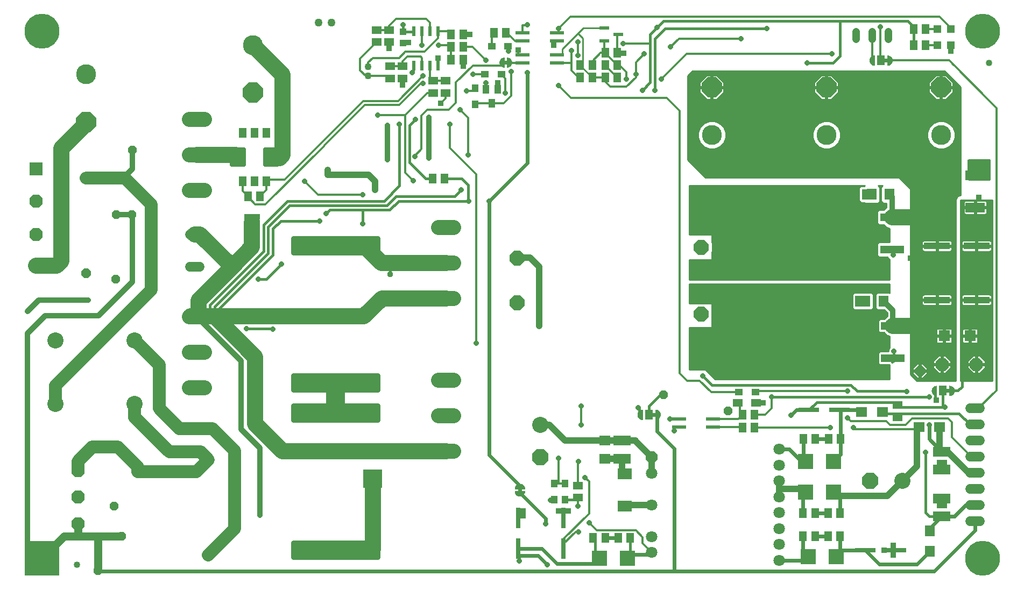
<source format=gtl>
G75*
%MOIN*%
%OFA0B0*%
%FSLAX25Y25*%
%IPPOS*%
%LPD*%
%AMOC8*
5,1,8,0,0,1.08239X$1,22.5*
%
%ADD10C,0.10000*%
%ADD11OC8,0.06000*%
%ADD12OC8,0.08268*%
%ADD13OC8,0.05400*%
%ADD14R,0.08268X0.08268*%
%ADD15C,0.04000*%
%ADD16R,0.14567X0.05118*%
%ADD17R,0.39764X0.35039*%
%ADD18R,0.06299X0.07087*%
%ADD19C,0.12362*%
%ADD20OC8,0.12362*%
%ADD21OC8,0.06496*%
%ADD22R,0.05118X0.05906*%
%ADD23R,0.06890X0.05906*%
%ADD24R,0.09449X0.09449*%
%ADD25R,0.12800X0.03000*%
%ADD26R,0.05906X0.06890*%
%ADD27R,0.05906X0.05118*%
%ADD28R,0.08661X0.02362*%
%ADD29R,0.04724X0.04724*%
%ADD30R,0.10630X0.06299*%
%ADD31R,0.08661X0.07087*%
%ADD32R,0.05906X0.04724*%
%ADD33OC8,0.10000*%
%ADD34R,0.03937X0.04724*%
%ADD35C,0.07087*%
%ADD36OC8,0.07087*%
%ADD37R,0.07098X0.06299*%
%ADD38R,0.12000X0.06000*%
%ADD39R,0.16000X0.04300*%
%ADD40R,0.05000X0.06000*%
%ADD41C,0.02500*%
%ADD42R,0.04724X0.03937*%
%ADD43C,0.00100*%
%ADD44R,0.03500X0.01000*%
%ADD45R,0.02000X0.01000*%
%ADD46R,0.03000X0.12800*%
%ADD47C,0.06000*%
%ADD48R,0.07087X0.06693*%
%ADD49R,0.03937X0.04331*%
%ADD50R,0.03937X0.05512*%
%ADD51C,0.04331*%
%ADD52R,0.02362X0.06102*%
%ADD53C,0.04800*%
%ADD54C,0.09299*%
%ADD55R,0.01969X0.00984*%
%ADD56C,0.02953*%
%ADD57OC8,0.09299*%
%ADD58R,0.06000X0.02200*%
%ADD59C,0.05000*%
%ADD60R,0.01000X0.03500*%
%ADD61R,0.01000X0.02000*%
%ADD62C,0.04000*%
%ADD63R,0.03175X0.03175*%
%ADD64C,0.10000*%
%ADD65OC8,0.03175*%
%ADD66C,0.03200*%
%ADD67C,0.01200*%
%ADD68C,0.01600*%
%ADD69R,0.21654X0.21654*%
%ADD70C,0.02400*%
%ADD71C,0.05000*%
%ADD72C,0.08000*%
%ADD73C,0.01000*%
%ADD74R,0.03569X0.03569*%
%ADD75C,0.01400*%
%ADD76C,0.21654*%
%ADD77R,0.03962X0.03962*%
%ADD78C,0.08600*%
%ADD79OC8,0.03569*%
D10*
X0051763Y0122506D03*
X0100975Y0122506D03*
X0100975Y0161876D03*
X0051763Y0161876D03*
X0352227Y0109343D03*
X0576727Y0074843D03*
D11*
X0146735Y0087694D03*
X0146735Y0028694D03*
X0070769Y0203491D03*
X0070769Y0262491D03*
D12*
X0039963Y0248020D03*
X0039963Y0227520D03*
X0039963Y0208020D03*
X0065771Y0081183D03*
X0065771Y0064648D03*
X0065771Y0048112D03*
X0601097Y0146843D03*
X0622357Y0146843D03*
D13*
X0468727Y0118093D03*
X0428727Y0128093D03*
X0102926Y0080350D03*
X0088278Y0059085D03*
X0092926Y0040350D03*
X0078278Y0019085D03*
X0089227Y0199593D03*
X0089477Y0239593D03*
X0099227Y0239593D03*
X0099477Y0279593D03*
D14*
X0039963Y0268020D03*
D15*
X0065160Y0022685D03*
X0630121Y0333709D03*
D16*
X0570211Y0238093D03*
X0570211Y0218093D03*
X0570461Y0170843D03*
X0570461Y0150843D03*
D17*
X0530698Y0160843D03*
X0530448Y0228093D03*
D18*
X0557465Y0252343D03*
X0568489Y0252343D03*
X0564739Y0186093D03*
X0553715Y0186093D03*
D19*
X0529477Y0289079D03*
X0458477Y0289079D03*
X0600477Y0289079D03*
X0174227Y0344856D03*
X0070977Y0326606D03*
D20*
X0070977Y0297079D03*
X0174227Y0315329D03*
X0458477Y0318606D03*
X0529477Y0318606D03*
X0600477Y0318606D03*
D21*
X0587477Y0142843D03*
D22*
X0538217Y0100593D03*
X0530737Y0100593D03*
X0522717Y0100593D03*
X0515237Y0100593D03*
X0484967Y0107843D03*
X0477487Y0107843D03*
X0477487Y0115593D03*
X0484967Y0115593D03*
X0514987Y0054843D03*
X0522467Y0054843D03*
X0530487Y0054843D03*
X0537967Y0054843D03*
X0537967Y0040343D03*
X0530487Y0040343D03*
X0522467Y0040343D03*
X0514987Y0040343D03*
X0407967Y0039343D03*
X0400487Y0039343D03*
X0392467Y0039343D03*
X0384987Y0039343D03*
X0178717Y0251193D03*
X0171237Y0251193D03*
X0285487Y0262093D03*
X0292967Y0262093D03*
X0376987Y0324593D03*
X0384467Y0324593D03*
X0384467Y0332343D03*
X0376987Y0332343D03*
X0392487Y0332343D03*
X0399967Y0332343D03*
X0399967Y0340093D03*
X0392487Y0340093D03*
X0392487Y0324593D03*
X0399967Y0324593D03*
X0330967Y0352343D03*
X0323487Y0352343D03*
X0304467Y0351343D03*
X0296987Y0351343D03*
X0296987Y0343593D03*
X0304467Y0343593D03*
X0304467Y0335843D03*
X0296987Y0335843D03*
X0583487Y0344843D03*
X0590967Y0344843D03*
X0590967Y0354593D03*
X0583487Y0354593D03*
D23*
X0564125Y0117343D03*
X0551325Y0117343D03*
X0586825Y0108093D03*
X0599625Y0108093D03*
D24*
X0533888Y0086843D03*
X0516566Y0086843D03*
X0516566Y0067843D03*
X0533888Y0067843D03*
X0535638Y0027843D03*
X0518316Y0027843D03*
X0406388Y0026843D03*
X0389066Y0026843D03*
X0466227Y0144093D03*
X0477977Y0144093D03*
X0489727Y0144093D03*
X0501477Y0144093D03*
X0501477Y0155843D03*
X0489727Y0155843D03*
X0477977Y0155843D03*
X0466227Y0155843D03*
X0466227Y0167593D03*
X0477977Y0167593D03*
X0489727Y0167593D03*
X0501477Y0167593D03*
X0501477Y0179343D03*
X0489727Y0179343D03*
X0477977Y0179343D03*
X0466227Y0179093D03*
X0466477Y0216843D03*
X0477977Y0216843D03*
X0489727Y0216843D03*
X0501477Y0216843D03*
X0501477Y0228593D03*
X0489727Y0228593D03*
X0477977Y0228593D03*
X0466477Y0228593D03*
X0466477Y0240343D03*
X0477977Y0240343D03*
X0489727Y0240343D03*
X0501477Y0240343D03*
X0501477Y0252093D03*
X0489727Y0252093D03*
X0477977Y0252093D03*
X0466477Y0252093D03*
D25*
X0518727Y0118593D03*
X0537727Y0118593D03*
X0553477Y0031843D03*
X0572477Y0031843D03*
D26*
X0593477Y0030941D03*
X0593477Y0043740D03*
D27*
X0573727Y0114102D03*
X0573727Y0121583D03*
X0375727Y0071833D03*
X0375727Y0064352D03*
X0293727Y0315102D03*
X0285977Y0315102D03*
X0285977Y0322583D03*
X0293727Y0322583D03*
X0266977Y0324102D03*
X0259227Y0324102D03*
X0259227Y0331583D03*
X0266977Y0331583D03*
X0258727Y0346602D03*
X0250977Y0346602D03*
X0250977Y0354083D03*
X0258727Y0354083D03*
D28*
X0341347Y0352343D03*
X0341347Y0347343D03*
X0341347Y0338843D03*
X0341347Y0333843D03*
X0362607Y0333843D03*
X0362607Y0338843D03*
X0362607Y0347343D03*
X0362607Y0352343D03*
X0438097Y0113093D03*
X0438097Y0108093D03*
X0459357Y0108093D03*
X0459357Y0113093D03*
D29*
X0598343Y0344843D03*
X0606611Y0344843D03*
X0606611Y0354593D03*
X0598343Y0354593D03*
D30*
X0402977Y0099604D03*
X0402977Y0088581D03*
X0600977Y0092854D03*
X0600977Y0081831D03*
X0600977Y0063854D03*
X0600977Y0052831D03*
D31*
X0404477Y0059053D03*
X0404477Y0079132D03*
D32*
X0474518Y0123093D03*
X0485936Y0123093D03*
D33*
X0556727Y0074843D03*
X0352227Y0089343D03*
D34*
X0360977Y0073211D03*
X0367727Y0073211D03*
X0367727Y0062974D03*
X0360977Y0062974D03*
X0311977Y0307974D03*
X0311977Y0318211D03*
D35*
X0500097Y0094341D03*
X0500097Y0084499D03*
X0500097Y0074656D03*
X0500097Y0064814D03*
X0500097Y0054971D03*
X0500097Y0045129D03*
X0500097Y0035286D03*
X0500097Y0025444D03*
X0421357Y0030365D03*
X0421357Y0040207D03*
X0421357Y0059893D03*
X0421357Y0079578D03*
D36*
X0421357Y0089420D03*
D37*
X0392227Y0088494D03*
X0392227Y0099691D03*
D38*
X0621727Y0244193D03*
X0621727Y0263993D03*
D39*
X0622527Y0220343D03*
X0597927Y0220343D03*
X0597927Y0186843D03*
X0622527Y0186843D03*
D40*
X0601727Y0130593D03*
X0419477Y0115843D03*
X0182527Y0260343D03*
X0175227Y0260343D03*
X0167927Y0260343D03*
X0167927Y0290343D03*
X0175227Y0290343D03*
X0182527Y0290343D03*
X0563227Y0335343D03*
D41*
X0189277Y0270593D02*
X0181777Y0270593D01*
X0181777Y0280093D01*
X0189277Y0280093D01*
X0189277Y0270593D01*
X0189277Y0273092D02*
X0181777Y0273092D01*
X0181777Y0275591D02*
X0189277Y0275591D01*
X0189277Y0278090D02*
X0181777Y0278090D01*
X0168677Y0270593D02*
X0161177Y0270593D01*
X0161177Y0280093D01*
X0168677Y0280093D01*
X0168677Y0270593D01*
X0168677Y0273092D02*
X0161177Y0273092D01*
X0161177Y0275591D02*
X0168677Y0275591D01*
X0168677Y0278090D02*
X0161177Y0278090D01*
D42*
X0317859Y0326593D03*
X0328095Y0326593D03*
X0332345Y0344093D03*
X0322109Y0344093D03*
X0475359Y0129593D03*
X0485595Y0129593D03*
D43*
X0426419Y0116428D02*
X0426477Y0115843D01*
X0426419Y0115257D01*
X0426249Y0114694D01*
X0425971Y0114176D01*
X0425598Y0113721D01*
X0425144Y0113348D01*
X0424625Y0113071D01*
X0424062Y0112900D01*
X0423477Y0112843D01*
X0423477Y0114843D01*
X0421477Y0114843D01*
X0421477Y0116843D01*
X0423477Y0116843D01*
X0423477Y0118843D01*
X0424062Y0118785D01*
X0424625Y0118614D01*
X0425144Y0118337D01*
X0425598Y0117964D01*
X0425971Y0117509D01*
X0426249Y0116991D01*
X0426419Y0116428D01*
X0426424Y0116378D02*
X0421477Y0116378D01*
X0421477Y0116476D02*
X0426405Y0116476D01*
X0426375Y0116575D02*
X0421477Y0116575D01*
X0421477Y0116673D02*
X0426345Y0116673D01*
X0426315Y0116772D02*
X0421477Y0116772D01*
X0421477Y0116279D02*
X0426434Y0116279D01*
X0426444Y0116181D02*
X0421477Y0116181D01*
X0421477Y0116082D02*
X0426453Y0116082D01*
X0426463Y0115984D02*
X0421477Y0115984D01*
X0421477Y0115885D02*
X0426473Y0115885D01*
X0426472Y0115787D02*
X0421477Y0115787D01*
X0421477Y0115688D02*
X0426462Y0115688D01*
X0426452Y0115590D02*
X0421477Y0115590D01*
X0421477Y0115491D02*
X0426442Y0115491D01*
X0426433Y0115393D02*
X0421477Y0115393D01*
X0421477Y0115294D02*
X0426423Y0115294D01*
X0426401Y0115196D02*
X0421477Y0115196D01*
X0421477Y0115097D02*
X0426371Y0115097D01*
X0426341Y0114999D02*
X0421477Y0114999D01*
X0421477Y0114900D02*
X0426311Y0114900D01*
X0426281Y0114802D02*
X0423477Y0114802D01*
X0423477Y0114703D02*
X0426251Y0114703D01*
X0426201Y0114605D02*
X0423477Y0114605D01*
X0423477Y0114506D02*
X0426148Y0114506D01*
X0426095Y0114408D02*
X0423477Y0114408D01*
X0423477Y0114309D02*
X0426043Y0114309D01*
X0425990Y0114211D02*
X0423477Y0114211D01*
X0423477Y0114112D02*
X0425919Y0114112D01*
X0425838Y0114014D02*
X0423477Y0114014D01*
X0423477Y0113915D02*
X0425758Y0113915D01*
X0425677Y0113817D02*
X0423477Y0113817D01*
X0423477Y0113718D02*
X0425595Y0113718D01*
X0425475Y0113620D02*
X0423477Y0113620D01*
X0423477Y0113521D02*
X0425355Y0113521D01*
X0425234Y0113423D02*
X0423477Y0113423D01*
X0423477Y0113324D02*
X0425099Y0113324D01*
X0424914Y0113226D02*
X0423477Y0113226D01*
X0423477Y0113127D02*
X0424730Y0113127D01*
X0424485Y0113029D02*
X0423477Y0113029D01*
X0423477Y0112930D02*
X0424161Y0112930D01*
X0423477Y0116870D02*
X0426285Y0116870D01*
X0426255Y0116969D02*
X0423477Y0116969D01*
X0423477Y0117067D02*
X0426208Y0117067D01*
X0426155Y0117166D02*
X0423477Y0117166D01*
X0423477Y0117265D02*
X0426102Y0117265D01*
X0426050Y0117363D02*
X0423477Y0117363D01*
X0423477Y0117462D02*
X0425997Y0117462D01*
X0425930Y0117560D02*
X0423477Y0117560D01*
X0423477Y0117659D02*
X0425849Y0117659D01*
X0425768Y0117757D02*
X0423477Y0117757D01*
X0423477Y0117856D02*
X0425687Y0117856D01*
X0425606Y0117954D02*
X0423477Y0117954D01*
X0423477Y0118053D02*
X0425490Y0118053D01*
X0425370Y0118151D02*
X0423477Y0118151D01*
X0423477Y0118250D02*
X0425250Y0118250D01*
X0425123Y0118348D02*
X0423477Y0118348D01*
X0423477Y0118447D02*
X0424938Y0118447D01*
X0424754Y0118545D02*
X0423477Y0118545D01*
X0423477Y0118644D02*
X0424528Y0118644D01*
X0424203Y0118742D02*
X0423477Y0118742D01*
X0423477Y0118841D02*
X0423496Y0118841D01*
X0415477Y0118843D02*
X0415477Y0112843D01*
X0414892Y0112900D01*
X0414329Y0113071D01*
X0413810Y0113348D01*
X0413356Y0113721D01*
X0412983Y0114176D01*
X0412705Y0114694D01*
X0412535Y0115257D01*
X0412477Y0115843D01*
X0412535Y0116428D01*
X0412705Y0116991D01*
X0412983Y0117509D01*
X0413356Y0117964D01*
X0413810Y0118337D01*
X0414329Y0118614D01*
X0414892Y0118785D01*
X0415477Y0118843D01*
X0415477Y0118841D02*
X0415459Y0118841D01*
X0415477Y0118742D02*
X0414751Y0118742D01*
X0414426Y0118644D02*
X0415477Y0118644D01*
X0415477Y0118545D02*
X0414200Y0118545D01*
X0414016Y0118447D02*
X0415477Y0118447D01*
X0415477Y0118348D02*
X0413831Y0118348D01*
X0413704Y0118250D02*
X0415477Y0118250D01*
X0415477Y0118151D02*
X0413584Y0118151D01*
X0413464Y0118053D02*
X0415477Y0118053D01*
X0415477Y0117954D02*
X0413348Y0117954D01*
X0413267Y0117856D02*
X0415477Y0117856D01*
X0415477Y0117757D02*
X0413186Y0117757D01*
X0413105Y0117659D02*
X0415477Y0117659D01*
X0415477Y0117560D02*
X0413024Y0117560D01*
X0412957Y0117462D02*
X0415477Y0117462D01*
X0415477Y0117363D02*
X0412904Y0117363D01*
X0412852Y0117265D02*
X0415477Y0117265D01*
X0415477Y0117166D02*
X0412799Y0117166D01*
X0412746Y0117067D02*
X0415477Y0117067D01*
X0415477Y0116969D02*
X0412699Y0116969D01*
X0412669Y0116870D02*
X0415477Y0116870D01*
X0415477Y0116772D02*
X0412639Y0116772D01*
X0412609Y0116673D02*
X0415477Y0116673D01*
X0415477Y0116575D02*
X0412579Y0116575D01*
X0412549Y0116476D02*
X0415477Y0116476D01*
X0415477Y0116378D02*
X0412530Y0116378D01*
X0412520Y0116279D02*
X0415477Y0116279D01*
X0415477Y0116181D02*
X0412510Y0116181D01*
X0412501Y0116082D02*
X0415477Y0116082D01*
X0415477Y0115984D02*
X0412491Y0115984D01*
X0412481Y0115885D02*
X0415477Y0115885D01*
X0415477Y0115787D02*
X0412483Y0115787D01*
X0412492Y0115688D02*
X0415477Y0115688D01*
X0415477Y0115590D02*
X0412502Y0115590D01*
X0412512Y0115491D02*
X0415477Y0115491D01*
X0415477Y0115393D02*
X0412521Y0115393D01*
X0412531Y0115294D02*
X0415477Y0115294D01*
X0415477Y0115196D02*
X0412553Y0115196D01*
X0412583Y0115097D02*
X0415477Y0115097D01*
X0415477Y0114999D02*
X0412613Y0114999D01*
X0412643Y0114900D02*
X0415477Y0114900D01*
X0415477Y0114802D02*
X0412673Y0114802D01*
X0412703Y0114703D02*
X0415477Y0114703D01*
X0415477Y0114605D02*
X0412753Y0114605D01*
X0412806Y0114506D02*
X0415477Y0114506D01*
X0415477Y0114408D02*
X0412859Y0114408D01*
X0412911Y0114309D02*
X0415477Y0114309D01*
X0415477Y0114211D02*
X0412964Y0114211D01*
X0413035Y0114112D02*
X0415477Y0114112D01*
X0415477Y0114014D02*
X0413116Y0114014D01*
X0413197Y0113915D02*
X0415477Y0113915D01*
X0415477Y0113817D02*
X0413277Y0113817D01*
X0413359Y0113718D02*
X0415477Y0113718D01*
X0415477Y0113620D02*
X0413480Y0113620D01*
X0413600Y0113521D02*
X0415477Y0113521D01*
X0415477Y0113423D02*
X0413720Y0113423D01*
X0413855Y0113324D02*
X0415477Y0113324D01*
X0415477Y0113226D02*
X0414040Y0113226D01*
X0414224Y0113127D02*
X0415477Y0113127D01*
X0415477Y0113029D02*
X0414469Y0113029D01*
X0414793Y0112930D02*
X0415477Y0112930D01*
X0341971Y0071509D02*
X0342249Y0070991D01*
X0342419Y0070428D01*
X0342477Y0069843D01*
X0336477Y0069843D01*
X0336535Y0070428D01*
X0336705Y0070991D01*
X0336983Y0071509D01*
X0337356Y0071964D01*
X0337810Y0072337D01*
X0338329Y0072614D01*
X0338892Y0072785D01*
X0339477Y0072843D01*
X0340062Y0072785D01*
X0340625Y0072614D01*
X0341144Y0072337D01*
X0341598Y0071964D01*
X0341971Y0071509D01*
X0341934Y0071555D02*
X0337020Y0071555D01*
X0336955Y0071457D02*
X0341999Y0071457D01*
X0342052Y0071358D02*
X0336902Y0071358D01*
X0336849Y0071260D02*
X0342105Y0071260D01*
X0342157Y0071161D02*
X0336797Y0071161D01*
X0336744Y0071063D02*
X0342210Y0071063D01*
X0342257Y0070964D02*
X0336697Y0070964D01*
X0336667Y0070866D02*
X0342287Y0070866D01*
X0342316Y0070767D02*
X0336638Y0070767D01*
X0336608Y0070669D02*
X0342346Y0070669D01*
X0342376Y0070570D02*
X0336578Y0070570D01*
X0336548Y0070472D02*
X0342406Y0070472D01*
X0342425Y0070373D02*
X0336529Y0070373D01*
X0336520Y0070275D02*
X0342434Y0070275D01*
X0342444Y0070176D02*
X0336510Y0070176D01*
X0336500Y0070078D02*
X0342454Y0070078D01*
X0342464Y0069979D02*
X0336490Y0069979D01*
X0336481Y0069881D02*
X0342473Y0069881D01*
X0342477Y0068343D02*
X0342419Y0067757D01*
X0342249Y0067194D01*
X0341971Y0066676D01*
X0341598Y0066221D01*
X0341144Y0065848D01*
X0340625Y0065571D01*
X0340062Y0065400D01*
X0339477Y0065343D01*
X0338892Y0065400D01*
X0338329Y0065571D01*
X0337810Y0065848D01*
X0337356Y0066221D01*
X0336983Y0066676D01*
X0336705Y0067194D01*
X0336535Y0067757D01*
X0336477Y0068343D01*
X0338477Y0068343D01*
X0338477Y0070343D01*
X0340477Y0070343D01*
X0340477Y0068343D01*
X0342477Y0068343D01*
X0342473Y0068304D02*
X0336481Y0068304D01*
X0336490Y0068206D02*
X0342464Y0068206D01*
X0342454Y0068107D02*
X0336500Y0068107D01*
X0336510Y0068009D02*
X0342444Y0068009D01*
X0342434Y0067910D02*
X0336520Y0067910D01*
X0336529Y0067812D02*
X0342425Y0067812D01*
X0342406Y0067713D02*
X0336548Y0067713D01*
X0336578Y0067615D02*
X0342376Y0067615D01*
X0342346Y0067516D02*
X0336608Y0067516D01*
X0336638Y0067418D02*
X0342316Y0067418D01*
X0342287Y0067319D02*
X0336668Y0067319D01*
X0336697Y0067221D02*
X0342257Y0067221D01*
X0342210Y0067122D02*
X0336744Y0067122D01*
X0336797Y0067024D02*
X0342157Y0067024D01*
X0342105Y0066925D02*
X0336849Y0066925D01*
X0336902Y0066827D02*
X0342052Y0066827D01*
X0341999Y0066728D02*
X0336955Y0066728D01*
X0337020Y0066630D02*
X0341934Y0066630D01*
X0341853Y0066531D02*
X0337101Y0066531D01*
X0337182Y0066433D02*
X0341772Y0066433D01*
X0341691Y0066334D02*
X0337263Y0066334D01*
X0337344Y0066236D02*
X0341610Y0066236D01*
X0341496Y0066137D02*
X0337458Y0066137D01*
X0337578Y0066039D02*
X0341376Y0066039D01*
X0341256Y0065940D02*
X0337698Y0065940D01*
X0337822Y0065842D02*
X0341132Y0065842D01*
X0340947Y0065743D02*
X0338007Y0065743D01*
X0338191Y0065645D02*
X0340763Y0065645D01*
X0340543Y0065546D02*
X0338411Y0065546D01*
X0338735Y0065448D02*
X0340219Y0065448D01*
X0339543Y0065349D02*
X0339411Y0065349D01*
X0338477Y0068403D02*
X0340477Y0068403D01*
X0340477Y0068501D02*
X0338477Y0068501D01*
X0338477Y0068600D02*
X0340477Y0068600D01*
X0340477Y0068698D02*
X0338477Y0068698D01*
X0338477Y0068797D02*
X0340477Y0068797D01*
X0340477Y0068895D02*
X0338477Y0068895D01*
X0338477Y0068994D02*
X0340477Y0068994D01*
X0340477Y0069092D02*
X0338477Y0069092D01*
X0338477Y0069191D02*
X0340477Y0069191D01*
X0340477Y0069290D02*
X0338477Y0069290D01*
X0338477Y0069388D02*
X0340477Y0069388D01*
X0340477Y0069487D02*
X0338477Y0069487D01*
X0338477Y0069585D02*
X0340477Y0069585D01*
X0340477Y0069684D02*
X0338477Y0069684D01*
X0338477Y0069782D02*
X0340477Y0069782D01*
X0340477Y0069881D02*
X0338477Y0069881D01*
X0338477Y0069979D02*
X0340477Y0069979D01*
X0340477Y0070078D02*
X0338477Y0070078D01*
X0338477Y0070176D02*
X0340477Y0070176D01*
X0340477Y0070275D02*
X0338477Y0070275D01*
X0337101Y0071654D02*
X0341853Y0071654D01*
X0341772Y0071752D02*
X0337182Y0071752D01*
X0337263Y0071851D02*
X0341691Y0071851D01*
X0341610Y0071949D02*
X0337344Y0071949D01*
X0337458Y0072048D02*
X0341496Y0072048D01*
X0341376Y0072146D02*
X0337578Y0072146D01*
X0337698Y0072245D02*
X0341256Y0072245D01*
X0341132Y0072343D02*
X0337822Y0072343D01*
X0338007Y0072442D02*
X0340947Y0072442D01*
X0340763Y0072540D02*
X0338191Y0072540D01*
X0338410Y0072639D02*
X0340544Y0072639D01*
X0340219Y0072737D02*
X0338735Y0072737D01*
X0339410Y0072836D02*
X0339544Y0072836D01*
X0594785Y0130007D02*
X0594727Y0130593D01*
X0594785Y0131178D01*
X0594955Y0131741D01*
X0595233Y0132259D01*
X0595606Y0132714D01*
X0596060Y0133087D01*
X0596579Y0133364D01*
X0597142Y0133535D01*
X0597727Y0133593D01*
X0597727Y0127593D01*
X0597142Y0127650D01*
X0596579Y0127821D01*
X0596060Y0128098D01*
X0595606Y0128471D01*
X0595233Y0128926D01*
X0594955Y0129444D01*
X0594785Y0130007D01*
X0594795Y0129972D02*
X0597727Y0129972D01*
X0597727Y0129874D02*
X0594825Y0129874D01*
X0594855Y0129775D02*
X0597727Y0129775D01*
X0597727Y0129677D02*
X0594885Y0129677D01*
X0594915Y0129578D02*
X0597727Y0129578D01*
X0597727Y0129480D02*
X0594945Y0129480D01*
X0594989Y0129381D02*
X0597727Y0129381D01*
X0597727Y0129283D02*
X0595042Y0129283D01*
X0595094Y0129184D02*
X0597727Y0129184D01*
X0597727Y0129086D02*
X0595147Y0129086D01*
X0595200Y0128987D02*
X0597727Y0128987D01*
X0597727Y0128889D02*
X0595263Y0128889D01*
X0595344Y0128790D02*
X0597727Y0128790D01*
X0597727Y0128692D02*
X0595425Y0128692D01*
X0595505Y0128593D02*
X0597727Y0128593D01*
X0597727Y0128495D02*
X0595586Y0128495D01*
X0595697Y0128396D02*
X0597727Y0128396D01*
X0597727Y0128298D02*
X0595817Y0128298D01*
X0595937Y0128199D02*
X0597727Y0128199D01*
X0597727Y0128101D02*
X0596057Y0128101D01*
X0596240Y0128002D02*
X0597727Y0128002D01*
X0597727Y0127904D02*
X0596424Y0127904D01*
X0596631Y0127805D02*
X0597727Y0127805D01*
X0597727Y0127707D02*
X0596955Y0127707D01*
X0597568Y0127608D02*
X0597727Y0127608D01*
X0597727Y0130071D02*
X0594778Y0130071D01*
X0594769Y0130170D02*
X0597727Y0130170D01*
X0597727Y0130268D02*
X0594759Y0130268D01*
X0594749Y0130367D02*
X0597727Y0130367D01*
X0597727Y0130465D02*
X0594740Y0130465D01*
X0594730Y0130564D02*
X0597727Y0130564D01*
X0597727Y0130662D02*
X0594734Y0130662D01*
X0594744Y0130761D02*
X0597727Y0130761D01*
X0597727Y0130859D02*
X0594753Y0130859D01*
X0594763Y0130958D02*
X0597727Y0130958D01*
X0597727Y0131056D02*
X0594773Y0131056D01*
X0594782Y0131155D02*
X0597727Y0131155D01*
X0597727Y0131253D02*
X0594808Y0131253D01*
X0594837Y0131352D02*
X0597727Y0131352D01*
X0597727Y0131450D02*
X0594867Y0131450D01*
X0594897Y0131549D02*
X0597727Y0131549D01*
X0597727Y0131647D02*
X0594927Y0131647D01*
X0594958Y0131746D02*
X0597727Y0131746D01*
X0597727Y0131844D02*
X0595011Y0131844D01*
X0595063Y0131943D02*
X0597727Y0131943D01*
X0597727Y0132041D02*
X0595116Y0132041D01*
X0595169Y0132140D02*
X0597727Y0132140D01*
X0597727Y0132238D02*
X0595221Y0132238D01*
X0595296Y0132337D02*
X0597727Y0132337D01*
X0597727Y0132435D02*
X0595377Y0132435D01*
X0595458Y0132534D02*
X0597727Y0132534D01*
X0597727Y0132632D02*
X0595539Y0132632D01*
X0595626Y0132731D02*
X0597727Y0132731D01*
X0597727Y0132829D02*
X0595746Y0132829D01*
X0595866Y0132928D02*
X0597727Y0132928D01*
X0597727Y0133026D02*
X0595986Y0133026D01*
X0596131Y0133125D02*
X0597727Y0133125D01*
X0597727Y0133223D02*
X0596316Y0133223D01*
X0596500Y0133322D02*
X0597727Y0133322D01*
X0597727Y0133420D02*
X0596764Y0133420D01*
X0597089Y0133519D02*
X0597727Y0133519D01*
X0603727Y0131593D02*
X0603727Y0129593D01*
X0605727Y0129593D01*
X0605727Y0127593D01*
X0606312Y0127650D01*
X0606875Y0127821D01*
X0607394Y0128098D01*
X0607848Y0128471D01*
X0608221Y0128926D01*
X0608499Y0129444D01*
X0608669Y0130007D01*
X0608727Y0130593D01*
X0608669Y0131178D01*
X0608499Y0131741D01*
X0608221Y0132259D01*
X0607848Y0132714D01*
X0607394Y0133087D01*
X0606875Y0133364D01*
X0606312Y0133535D01*
X0605727Y0133593D01*
X0605727Y0131593D01*
X0603727Y0131593D01*
X0603727Y0131549D02*
X0608557Y0131549D01*
X0608527Y0131647D02*
X0605727Y0131647D01*
X0605727Y0131746D02*
X0608496Y0131746D01*
X0608443Y0131844D02*
X0605727Y0131844D01*
X0605727Y0131943D02*
X0608391Y0131943D01*
X0608338Y0132041D02*
X0605727Y0132041D01*
X0605727Y0132140D02*
X0608285Y0132140D01*
X0608233Y0132238D02*
X0605727Y0132238D01*
X0605727Y0132337D02*
X0608158Y0132337D01*
X0608077Y0132435D02*
X0605727Y0132435D01*
X0605727Y0132534D02*
X0607996Y0132534D01*
X0607915Y0132632D02*
X0605727Y0132632D01*
X0605727Y0132731D02*
X0607828Y0132731D01*
X0607708Y0132829D02*
X0605727Y0132829D01*
X0605727Y0132928D02*
X0607588Y0132928D01*
X0607468Y0133026D02*
X0605727Y0133026D01*
X0605727Y0133125D02*
X0607323Y0133125D01*
X0607139Y0133223D02*
X0605727Y0133223D01*
X0605727Y0133322D02*
X0606954Y0133322D01*
X0606690Y0133420D02*
X0605727Y0133420D01*
X0605727Y0133519D02*
X0606365Y0133519D01*
X0608587Y0131450D02*
X0603727Y0131450D01*
X0603727Y0131352D02*
X0608617Y0131352D01*
X0608647Y0131253D02*
X0603727Y0131253D01*
X0603727Y0131155D02*
X0608672Y0131155D01*
X0608681Y0131056D02*
X0603727Y0131056D01*
X0603727Y0130958D02*
X0608691Y0130958D01*
X0608701Y0130859D02*
X0603727Y0130859D01*
X0603727Y0130761D02*
X0608710Y0130761D01*
X0608720Y0130662D02*
X0603727Y0130662D01*
X0603727Y0130564D02*
X0608724Y0130564D01*
X0608714Y0130465D02*
X0603727Y0130465D01*
X0603727Y0130367D02*
X0608705Y0130367D01*
X0608695Y0130268D02*
X0603727Y0130268D01*
X0603727Y0130170D02*
X0608685Y0130170D01*
X0608676Y0130071D02*
X0603727Y0130071D01*
X0603727Y0129972D02*
X0608659Y0129972D01*
X0608629Y0129874D02*
X0603727Y0129874D01*
X0603727Y0129775D02*
X0608599Y0129775D01*
X0608569Y0129677D02*
X0603727Y0129677D01*
X0605727Y0129578D02*
X0608539Y0129578D01*
X0608509Y0129480D02*
X0605727Y0129480D01*
X0605727Y0129381D02*
X0608465Y0129381D01*
X0608412Y0129283D02*
X0605727Y0129283D01*
X0605727Y0129184D02*
X0608360Y0129184D01*
X0608307Y0129086D02*
X0605727Y0129086D01*
X0605727Y0128987D02*
X0608254Y0128987D01*
X0608191Y0128889D02*
X0605727Y0128889D01*
X0605727Y0128790D02*
X0608110Y0128790D01*
X0608029Y0128692D02*
X0605727Y0128692D01*
X0605727Y0128593D02*
X0607949Y0128593D01*
X0607868Y0128495D02*
X0605727Y0128495D01*
X0605727Y0128396D02*
X0607757Y0128396D01*
X0607637Y0128298D02*
X0605727Y0128298D01*
X0605727Y0128199D02*
X0607517Y0128199D01*
X0607397Y0128101D02*
X0605727Y0128101D01*
X0605727Y0128002D02*
X0607214Y0128002D01*
X0607030Y0127904D02*
X0605727Y0127904D01*
X0605727Y0127805D02*
X0606823Y0127805D01*
X0606499Y0127707D02*
X0605727Y0127707D01*
X0605727Y0127608D02*
X0605886Y0127608D01*
X0567812Y0332400D02*
X0567227Y0332343D01*
X0567227Y0334343D01*
X0565227Y0334343D01*
X0565227Y0336343D01*
X0567227Y0336343D01*
X0567227Y0338343D01*
X0567812Y0338285D01*
X0568375Y0338114D01*
X0568894Y0337837D01*
X0569348Y0337464D01*
X0569721Y0337009D01*
X0569999Y0336491D01*
X0570169Y0335928D01*
X0570227Y0335343D01*
X0570169Y0334757D01*
X0569999Y0334194D01*
X0569721Y0333676D01*
X0569348Y0333221D01*
X0568894Y0332848D01*
X0568375Y0332571D01*
X0567812Y0332400D01*
X0567855Y0332413D02*
X0567227Y0332413D01*
X0567227Y0332512D02*
X0568180Y0332512D01*
X0568449Y0332610D02*
X0567227Y0332610D01*
X0567227Y0332709D02*
X0568633Y0332709D01*
X0568817Y0332807D02*
X0567227Y0332807D01*
X0567227Y0332906D02*
X0568964Y0332906D01*
X0569084Y0333004D02*
X0567227Y0333004D01*
X0567227Y0333103D02*
X0569204Y0333103D01*
X0569324Y0333201D02*
X0567227Y0333201D01*
X0567227Y0333300D02*
X0569413Y0333300D01*
X0569494Y0333398D02*
X0567227Y0333398D01*
X0567227Y0333497D02*
X0569575Y0333497D01*
X0569655Y0333595D02*
X0567227Y0333595D01*
X0567227Y0333694D02*
X0569731Y0333694D01*
X0569784Y0333792D02*
X0567227Y0333792D01*
X0567227Y0333891D02*
X0569836Y0333891D01*
X0569889Y0333989D02*
X0567227Y0333989D01*
X0567227Y0334088D02*
X0569942Y0334088D01*
X0569994Y0334186D02*
X0567227Y0334186D01*
X0567227Y0334285D02*
X0570026Y0334285D01*
X0570056Y0334383D02*
X0565227Y0334383D01*
X0565227Y0334482D02*
X0570086Y0334482D01*
X0570116Y0334580D02*
X0565227Y0334580D01*
X0565227Y0334679D02*
X0570146Y0334679D01*
X0570171Y0334778D02*
X0565227Y0334778D01*
X0565227Y0334876D02*
X0570181Y0334876D01*
X0570191Y0334975D02*
X0565227Y0334975D01*
X0565227Y0335073D02*
X0570200Y0335073D01*
X0570210Y0335172D02*
X0565227Y0335172D01*
X0565227Y0335270D02*
X0570220Y0335270D01*
X0570224Y0335369D02*
X0565227Y0335369D01*
X0565227Y0335467D02*
X0570215Y0335467D01*
X0570205Y0335566D02*
X0565227Y0335566D01*
X0565227Y0335664D02*
X0570195Y0335664D01*
X0570186Y0335763D02*
X0565227Y0335763D01*
X0565227Y0335861D02*
X0570176Y0335861D01*
X0570160Y0335960D02*
X0565227Y0335960D01*
X0565227Y0336058D02*
X0570130Y0336058D01*
X0570100Y0336157D02*
X0565227Y0336157D01*
X0565227Y0336255D02*
X0570070Y0336255D01*
X0570040Y0336354D02*
X0567227Y0336354D01*
X0567227Y0336452D02*
X0570010Y0336452D01*
X0569967Y0336551D02*
X0567227Y0336551D01*
X0567227Y0336649D02*
X0569914Y0336649D01*
X0569861Y0336748D02*
X0567227Y0336748D01*
X0567227Y0336846D02*
X0569809Y0336846D01*
X0569756Y0336945D02*
X0567227Y0336945D01*
X0567227Y0337043D02*
X0569694Y0337043D01*
X0569613Y0337142D02*
X0567227Y0337142D01*
X0567227Y0337240D02*
X0569532Y0337240D01*
X0569451Y0337339D02*
X0567227Y0337339D01*
X0567227Y0337437D02*
X0569370Y0337437D01*
X0569261Y0337536D02*
X0567227Y0337536D01*
X0567227Y0337634D02*
X0569141Y0337634D01*
X0569021Y0337733D02*
X0567227Y0337733D01*
X0567227Y0337831D02*
X0568901Y0337831D01*
X0568720Y0337930D02*
X0567227Y0337930D01*
X0567227Y0338028D02*
X0568536Y0338028D01*
X0568333Y0338127D02*
X0567227Y0338127D01*
X0567227Y0338225D02*
X0568008Y0338225D01*
X0567416Y0338324D02*
X0567227Y0338324D01*
X0559227Y0338324D02*
X0559038Y0338324D01*
X0559227Y0338343D02*
X0558642Y0338285D01*
X0558079Y0338114D01*
X0557560Y0337837D01*
X0557106Y0337464D01*
X0556733Y0337009D01*
X0556455Y0336491D01*
X0556285Y0335928D01*
X0556227Y0335343D01*
X0556285Y0334757D01*
X0556455Y0334194D01*
X0556733Y0333676D01*
X0557106Y0333221D01*
X0557560Y0332848D01*
X0558079Y0332571D01*
X0558642Y0332400D01*
X0559227Y0332343D01*
X0559227Y0338343D01*
X0559227Y0338225D02*
X0558446Y0338225D01*
X0558121Y0338127D02*
X0559227Y0338127D01*
X0559227Y0338028D02*
X0557918Y0338028D01*
X0557734Y0337930D02*
X0559227Y0337930D01*
X0559227Y0337831D02*
X0557554Y0337831D01*
X0557433Y0337733D02*
X0559227Y0337733D01*
X0559227Y0337634D02*
X0557313Y0337634D01*
X0557193Y0337536D02*
X0559227Y0337536D01*
X0559227Y0337437D02*
X0557084Y0337437D01*
X0557003Y0337339D02*
X0559227Y0337339D01*
X0559227Y0337240D02*
X0556922Y0337240D01*
X0556841Y0337142D02*
X0559227Y0337142D01*
X0559227Y0337043D02*
X0556761Y0337043D01*
X0556698Y0336945D02*
X0559227Y0336945D01*
X0559227Y0336846D02*
X0556645Y0336846D01*
X0556593Y0336748D02*
X0559227Y0336748D01*
X0559227Y0336649D02*
X0556540Y0336649D01*
X0556488Y0336551D02*
X0559227Y0336551D01*
X0559227Y0336452D02*
X0556444Y0336452D01*
X0556414Y0336354D02*
X0559227Y0336354D01*
X0559227Y0336255D02*
X0556384Y0336255D01*
X0556354Y0336157D02*
X0559227Y0336157D01*
X0559227Y0336058D02*
X0556324Y0336058D01*
X0556294Y0335960D02*
X0559227Y0335960D01*
X0559227Y0335861D02*
X0556278Y0335861D01*
X0556268Y0335763D02*
X0559227Y0335763D01*
X0559227Y0335664D02*
X0556259Y0335664D01*
X0556249Y0335566D02*
X0559227Y0335566D01*
X0559227Y0335467D02*
X0556239Y0335467D01*
X0556230Y0335369D02*
X0559227Y0335369D01*
X0559227Y0335270D02*
X0556234Y0335270D01*
X0556244Y0335172D02*
X0559227Y0335172D01*
X0559227Y0335073D02*
X0556254Y0335073D01*
X0556263Y0334975D02*
X0559227Y0334975D01*
X0559227Y0334876D02*
X0556273Y0334876D01*
X0556283Y0334778D02*
X0559227Y0334778D01*
X0559227Y0334679D02*
X0556308Y0334679D01*
X0556338Y0334580D02*
X0559227Y0334580D01*
X0559227Y0334482D02*
X0556368Y0334482D01*
X0556398Y0334383D02*
X0559227Y0334383D01*
X0559227Y0334285D02*
X0556428Y0334285D01*
X0556460Y0334186D02*
X0559227Y0334186D01*
X0559227Y0334088D02*
X0556512Y0334088D01*
X0556565Y0333989D02*
X0559227Y0333989D01*
X0559227Y0333891D02*
X0556618Y0333891D01*
X0556670Y0333792D02*
X0559227Y0333792D01*
X0559227Y0333694D02*
X0556723Y0333694D01*
X0556799Y0333595D02*
X0559227Y0333595D01*
X0559227Y0333497D02*
X0556879Y0333497D01*
X0556960Y0333398D02*
X0559227Y0333398D01*
X0559227Y0333300D02*
X0557041Y0333300D01*
X0557130Y0333201D02*
X0559227Y0333201D01*
X0559227Y0333103D02*
X0557250Y0333103D01*
X0557370Y0333004D02*
X0559227Y0333004D01*
X0559227Y0332906D02*
X0557490Y0332906D01*
X0557637Y0332807D02*
X0559227Y0332807D01*
X0559227Y0332709D02*
X0557821Y0332709D01*
X0558005Y0332610D02*
X0559227Y0332610D01*
X0559227Y0332512D02*
X0558274Y0332512D01*
X0558599Y0332413D02*
X0559227Y0332413D01*
X0334477Y0334093D02*
X0334419Y0333507D01*
X0334249Y0332944D01*
X0333971Y0332426D01*
X0333598Y0331971D01*
X0333144Y0331598D01*
X0332625Y0331321D01*
X0332062Y0331150D01*
X0331477Y0331093D01*
X0331477Y0337093D01*
X0332062Y0337035D01*
X0332625Y0336864D01*
X0333144Y0336587D01*
X0333598Y0336214D01*
X0333971Y0335759D01*
X0334249Y0335241D01*
X0334419Y0334678D01*
X0334477Y0334093D01*
X0334477Y0334088D02*
X0331477Y0334088D01*
X0331477Y0334186D02*
X0334468Y0334186D01*
X0334458Y0334285D02*
X0331477Y0334285D01*
X0331477Y0334383D02*
X0334448Y0334383D01*
X0334439Y0334482D02*
X0331477Y0334482D01*
X0331477Y0334580D02*
X0334429Y0334580D01*
X0334419Y0334679D02*
X0331477Y0334679D01*
X0331477Y0334778D02*
X0334389Y0334778D01*
X0334359Y0334876D02*
X0331477Y0334876D01*
X0331477Y0334975D02*
X0334329Y0334975D01*
X0334299Y0335073D02*
X0331477Y0335073D01*
X0331477Y0335172D02*
X0334270Y0335172D01*
X0334233Y0335270D02*
X0331477Y0335270D01*
X0331477Y0335369D02*
X0334180Y0335369D01*
X0334128Y0335467D02*
X0331477Y0335467D01*
X0331477Y0335566D02*
X0334075Y0335566D01*
X0334022Y0335664D02*
X0331477Y0335664D01*
X0331477Y0335763D02*
X0333969Y0335763D01*
X0333888Y0335861D02*
X0331477Y0335861D01*
X0331477Y0335960D02*
X0333807Y0335960D01*
X0333726Y0336058D02*
X0331477Y0336058D01*
X0331477Y0336157D02*
X0333645Y0336157D01*
X0333548Y0336255D02*
X0331477Y0336255D01*
X0331477Y0336354D02*
X0333428Y0336354D01*
X0333308Y0336452D02*
X0331477Y0336452D01*
X0331477Y0336551D02*
X0333188Y0336551D01*
X0333027Y0336649D02*
X0331477Y0336649D01*
X0331477Y0336748D02*
X0332843Y0336748D01*
X0332659Y0336846D02*
X0331477Y0336846D01*
X0331477Y0336945D02*
X0332359Y0336945D01*
X0331977Y0337043D02*
X0331477Y0337043D01*
X0329977Y0337043D02*
X0329477Y0337043D01*
X0329392Y0337035D02*
X0329977Y0337093D01*
X0329977Y0335093D01*
X0331977Y0335093D01*
X0331977Y0333093D01*
X0329977Y0333093D01*
X0329977Y0331093D01*
X0329392Y0331150D01*
X0328829Y0331321D01*
X0328310Y0331598D01*
X0327856Y0331971D01*
X0327483Y0332426D01*
X0327205Y0332944D01*
X0327035Y0333507D01*
X0326977Y0334093D01*
X0327035Y0334678D01*
X0327205Y0335241D01*
X0327483Y0335759D01*
X0327856Y0336214D01*
X0328310Y0336587D01*
X0328829Y0336864D01*
X0329392Y0337035D01*
X0329095Y0336945D02*
X0329977Y0336945D01*
X0329977Y0336846D02*
X0328795Y0336846D01*
X0328611Y0336748D02*
X0329977Y0336748D01*
X0329977Y0336649D02*
X0328427Y0336649D01*
X0328266Y0336551D02*
X0329977Y0336551D01*
X0329977Y0336452D02*
X0328146Y0336452D01*
X0328026Y0336354D02*
X0329977Y0336354D01*
X0329977Y0336255D02*
X0327906Y0336255D01*
X0327809Y0336157D02*
X0329977Y0336157D01*
X0329977Y0336058D02*
X0327728Y0336058D01*
X0327647Y0335960D02*
X0329977Y0335960D01*
X0329977Y0335861D02*
X0327566Y0335861D01*
X0327485Y0335763D02*
X0329977Y0335763D01*
X0329977Y0335664D02*
X0327432Y0335664D01*
X0327379Y0335566D02*
X0329977Y0335566D01*
X0329977Y0335467D02*
X0327326Y0335467D01*
X0327274Y0335369D02*
X0329977Y0335369D01*
X0329977Y0335270D02*
X0327221Y0335270D01*
X0327184Y0335172D02*
X0329977Y0335172D01*
X0331477Y0333989D02*
X0334467Y0333989D01*
X0334457Y0333891D02*
X0331477Y0333891D01*
X0331477Y0333792D02*
X0334447Y0333792D01*
X0334438Y0333694D02*
X0331477Y0333694D01*
X0331477Y0333595D02*
X0334428Y0333595D01*
X0334416Y0333497D02*
X0331477Y0333497D01*
X0331477Y0333398D02*
X0334386Y0333398D01*
X0334356Y0333300D02*
X0331477Y0333300D01*
X0331477Y0333201D02*
X0334327Y0333201D01*
X0334297Y0333103D02*
X0331477Y0333103D01*
X0331477Y0333004D02*
X0334267Y0333004D01*
X0334228Y0332906D02*
X0331477Y0332906D01*
X0331477Y0332807D02*
X0334175Y0332807D01*
X0334123Y0332709D02*
X0331477Y0332709D01*
X0331477Y0332610D02*
X0334070Y0332610D01*
X0334017Y0332512D02*
X0331477Y0332512D01*
X0331477Y0332413D02*
X0333961Y0332413D01*
X0333880Y0332315D02*
X0331477Y0332315D01*
X0331477Y0332216D02*
X0333799Y0332216D01*
X0333719Y0332118D02*
X0331477Y0332118D01*
X0331477Y0332019D02*
X0333638Y0332019D01*
X0333537Y0331921D02*
X0331477Y0331921D01*
X0331477Y0331822D02*
X0333417Y0331822D01*
X0333297Y0331724D02*
X0331477Y0331724D01*
X0331477Y0331625D02*
X0333177Y0331625D01*
X0333010Y0331527D02*
X0331477Y0331527D01*
X0331477Y0331428D02*
X0332826Y0331428D01*
X0332641Y0331330D02*
X0331477Y0331330D01*
X0331477Y0331231D02*
X0332329Y0331231D01*
X0331884Y0331133D02*
X0331477Y0331133D01*
X0329977Y0331133D02*
X0329570Y0331133D01*
X0329977Y0331231D02*
X0329125Y0331231D01*
X0328813Y0331330D02*
X0329977Y0331330D01*
X0329977Y0331428D02*
X0328628Y0331428D01*
X0328444Y0331527D02*
X0329977Y0331527D01*
X0329977Y0331625D02*
X0328277Y0331625D01*
X0328157Y0331724D02*
X0329977Y0331724D01*
X0329977Y0331822D02*
X0328037Y0331822D01*
X0327917Y0331921D02*
X0329977Y0331921D01*
X0329977Y0332019D02*
X0327816Y0332019D01*
X0327735Y0332118D02*
X0329977Y0332118D01*
X0329977Y0332216D02*
X0327655Y0332216D01*
X0327574Y0332315D02*
X0329977Y0332315D01*
X0329977Y0332413D02*
X0327493Y0332413D01*
X0327437Y0332512D02*
X0329977Y0332512D01*
X0329977Y0332610D02*
X0327384Y0332610D01*
X0327331Y0332709D02*
X0329977Y0332709D01*
X0329977Y0332807D02*
X0327279Y0332807D01*
X0327226Y0332906D02*
X0329977Y0332906D01*
X0329977Y0333004D02*
X0327187Y0333004D01*
X0327157Y0333103D02*
X0331977Y0333103D01*
X0331977Y0333201D02*
X0327127Y0333201D01*
X0327098Y0333300D02*
X0331977Y0333300D01*
X0331977Y0333398D02*
X0327068Y0333398D01*
X0327038Y0333497D02*
X0331977Y0333497D01*
X0331977Y0333595D02*
X0327026Y0333595D01*
X0327016Y0333694D02*
X0331977Y0333694D01*
X0331977Y0333792D02*
X0327007Y0333792D01*
X0326997Y0333891D02*
X0331977Y0333891D01*
X0331977Y0333989D02*
X0326987Y0333989D01*
X0326977Y0334088D02*
X0331977Y0334088D01*
X0331977Y0334186D02*
X0326986Y0334186D01*
X0326996Y0334285D02*
X0331977Y0334285D01*
X0331977Y0334383D02*
X0327006Y0334383D01*
X0327015Y0334482D02*
X0331977Y0334482D01*
X0331977Y0334580D02*
X0327025Y0334580D01*
X0327035Y0334679D02*
X0331977Y0334679D01*
X0331977Y0334778D02*
X0327065Y0334778D01*
X0327095Y0334876D02*
X0331977Y0334876D01*
X0331977Y0334975D02*
X0327125Y0334975D01*
X0327155Y0335073D02*
X0331977Y0335073D01*
D44*
X0328977Y0334093D03*
X0568227Y0335343D03*
X0606727Y0130593D03*
X0424477Y0115843D03*
D45*
X0413727Y0115843D03*
X0595977Y0130593D03*
X0557477Y0335343D03*
X0333227Y0334093D03*
D46*
X0338727Y0051843D03*
X0338727Y0032843D03*
X0366727Y0032843D03*
X0366727Y0051843D03*
D47*
X0618727Y0049593D02*
X0624727Y0049593D01*
X0624727Y0059593D02*
X0618727Y0059593D01*
X0618727Y0069593D02*
X0624727Y0069593D01*
X0624727Y0079593D02*
X0618727Y0079593D01*
X0618727Y0089593D02*
X0624727Y0089593D01*
X0624727Y0099593D02*
X0618727Y0099593D01*
X0618727Y0109593D02*
X0624727Y0109593D01*
X0624727Y0119593D02*
X0618727Y0119593D01*
X0141152Y0207567D02*
X0135152Y0207567D01*
X0135152Y0227567D02*
X0141152Y0227567D01*
D48*
X0602406Y0164593D03*
X0618548Y0164593D03*
D49*
X0267227Y0346246D03*
X0267227Y0352939D03*
D50*
X0318487Y0317423D03*
X0325967Y0317423D03*
X0322227Y0308762D03*
D51*
X0245727Y0325640D03*
X0245727Y0331545D03*
D52*
X0273997Y0332213D03*
X0278997Y0332213D03*
X0283997Y0332213D03*
X0288997Y0332213D03*
X0288997Y0353472D03*
X0283997Y0353472D03*
X0278997Y0353472D03*
X0273997Y0353472D03*
D53*
X0547977Y0353243D02*
X0547977Y0348443D01*
X0557977Y0348443D02*
X0557977Y0353243D01*
X0567977Y0353243D02*
X0567977Y0348443D01*
D54*
X0298467Y0231693D02*
X0289168Y0231693D01*
X0289168Y0209693D02*
X0298467Y0209693D01*
X0298467Y0187693D02*
X0289168Y0187693D01*
X0289168Y0137205D02*
X0298467Y0137205D01*
X0298467Y0115205D02*
X0289168Y0115205D01*
X0289168Y0093205D02*
X0298467Y0093205D01*
X0144302Y0132575D02*
X0135003Y0132575D01*
X0135003Y0154575D02*
X0144302Y0154575D01*
X0144302Y0176575D02*
X0135003Y0176575D01*
X0135003Y0254622D02*
X0144302Y0254622D01*
X0144302Y0276622D02*
X0135003Y0276622D01*
X0135003Y0298622D02*
X0144302Y0298622D01*
D55*
X0070977Y0297055D03*
X0070977Y0296130D03*
D56*
X0199394Y0216183D02*
X0251560Y0216183D01*
X0199394Y0216183D02*
X0199394Y0225041D01*
X0251560Y0225041D01*
X0251560Y0216183D01*
X0251560Y0219135D02*
X0199394Y0219135D01*
X0199394Y0222087D02*
X0251560Y0222087D01*
X0251560Y0225039D02*
X0199394Y0225039D01*
X0199394Y0131144D02*
X0251560Y0131144D01*
X0199394Y0131144D02*
X0199394Y0140002D01*
X0251560Y0140002D01*
X0251560Y0131144D01*
X0251560Y0134096D02*
X0199394Y0134096D01*
X0199394Y0137048D02*
X0251560Y0137048D01*
X0251560Y0140000D02*
X0199394Y0140000D01*
X0199394Y0121291D02*
X0251560Y0121291D01*
X0251560Y0112433D01*
X0199394Y0112433D01*
X0199394Y0121291D01*
X0199394Y0115385D02*
X0251560Y0115385D01*
X0251560Y0118337D02*
X0199394Y0118337D01*
X0199394Y0121289D02*
X0251560Y0121289D01*
X0251560Y0036252D02*
X0199394Y0036252D01*
X0251560Y0036252D02*
X0251560Y0027394D01*
X0199394Y0027394D01*
X0199394Y0036252D01*
X0199394Y0030346D02*
X0251560Y0030346D01*
X0251560Y0033298D02*
X0199394Y0033298D01*
X0199394Y0036250D02*
X0251560Y0036250D01*
D57*
X0452064Y0178173D03*
X0452064Y0191953D03*
X0452064Y0205732D03*
X0452064Y0219512D03*
X0337890Y0212622D03*
X0337890Y0185063D03*
D58*
X0391977Y0347343D03*
X0400477Y0351343D03*
X0391977Y0355343D03*
D59*
X0222914Y0358593D03*
X0215040Y0358593D03*
D60*
X0339477Y0067343D03*
D61*
X0339477Y0071593D03*
D62*
X0367629Y0099691D02*
X0357977Y0109343D01*
X0352227Y0109343D01*
X0367629Y0099691D02*
X0392227Y0099691D01*
X0392314Y0099604D01*
X0402977Y0099604D01*
X0402989Y0099593D01*
X0411227Y0099593D01*
X0411227Y0099550D01*
X0421357Y0089420D01*
X0421357Y0079578D01*
X0404477Y0079132D02*
X0402977Y0079382D01*
X0402977Y0088581D01*
X0402890Y0088494D01*
X0392227Y0088494D01*
X0404066Y0059893D02*
X0421357Y0059893D01*
X0404477Y0059053D02*
X0404066Y0059893D01*
X0500097Y0064814D02*
X0500097Y0069343D01*
X0500097Y0074656D01*
X0500347Y0069593D02*
X0514977Y0069593D01*
X0533888Y0067843D02*
X0533638Y0065681D01*
X0533977Y0065343D01*
X0537227Y0065343D01*
X0567227Y0065343D01*
X0576727Y0074843D01*
X0585575Y0083691D01*
X0585575Y0106843D01*
X0599625Y0108093D02*
X0599625Y0094207D01*
X0600977Y0092854D01*
X0600965Y0092843D01*
X0600977Y0092854D02*
X0604465Y0092854D01*
X0617727Y0079593D01*
X0621727Y0079593D01*
X0351727Y0170843D02*
X0351727Y0207270D01*
X0345981Y0213016D01*
X0337890Y0212622D01*
X0249977Y0255093D02*
X0249977Y0258343D01*
X0249977Y0260343D01*
X0245977Y0264343D01*
X0220727Y0264343D01*
X0220727Y0267343D01*
D63*
X0195227Y0275843D03*
X0195227Y0278843D03*
X0195227Y0281843D03*
X0266977Y0320093D03*
X0290727Y0308843D03*
X0325977Y0321343D03*
X0304477Y0331593D03*
X0288977Y0336843D03*
X0270727Y0346343D03*
X0258727Y0342843D03*
X0308477Y0351343D03*
X0338477Y0341593D03*
X0360477Y0344843D03*
X0403977Y0339843D03*
X0553227Y0253843D03*
X0553227Y0250843D03*
X0591227Y0215093D03*
X0584727Y0212843D03*
X0581727Y0212843D03*
X0600227Y0175593D03*
X0582227Y0167593D03*
X0597727Y0124843D03*
X0599727Y0086093D03*
X0602477Y0086093D03*
X0602477Y0059343D03*
X0599477Y0059343D03*
X0570977Y0034843D03*
X0570977Y0028843D03*
X0565227Y0031843D03*
X0490227Y0123093D03*
X0369727Y0056093D03*
X0363727Y0056093D03*
X0341727Y0056093D03*
X0341727Y0053093D03*
X0606477Y0341093D03*
D64*
X0584727Y0238093D02*
X0570211Y0238093D01*
X0570461Y0170843D02*
X0585727Y0170843D01*
X0293818Y0187693D02*
X0254077Y0187693D01*
X0242977Y0176593D01*
X0153477Y0176593D01*
X0150477Y0176593D01*
X0135477Y0176593D01*
X0140477Y0178262D02*
X0140477Y0186343D01*
X0161477Y0207343D01*
X0141253Y0227567D01*
X0138152Y0227567D01*
X0161477Y0207343D02*
X0173727Y0219593D01*
X0173727Y0234843D01*
X0164927Y0275343D02*
X0163648Y0276622D01*
X0139652Y0276622D01*
X0185527Y0275343D02*
X0186027Y0274843D01*
X0190977Y0274843D01*
X0192727Y0276593D01*
X0192727Y0326356D01*
X0174227Y0344856D01*
X0070977Y0296130D02*
X0055727Y0280880D01*
X0055727Y0211093D01*
X0052654Y0208020D01*
X0039963Y0208020D01*
X0150477Y0176593D02*
X0175727Y0151343D01*
X0175727Y0110093D01*
X0192615Y0093205D01*
X0293818Y0093205D01*
X0248477Y0076093D02*
X0248477Y0032343D01*
X0225477Y0116862D02*
X0225477Y0126343D01*
X0225477Y0130093D02*
X0225477Y0135573D01*
X0253877Y0209693D02*
X0258977Y0209693D01*
X0293818Y0209693D01*
X0253877Y0209693D02*
X0242957Y0220612D01*
X0186477Y0275343D02*
X0185527Y0275343D01*
D65*
X0206227Y0260343D03*
X0220727Y0264343D03*
X0220727Y0267593D03*
X0242227Y0252093D03*
X0249977Y0255093D03*
X0249977Y0258343D03*
X0257477Y0273593D03*
X0257477Y0281593D03*
X0274727Y0275852D03*
X0283227Y0274843D03*
X0307727Y0276593D03*
X0303227Y0255093D03*
X0307977Y0248093D03*
X0320477Y0248093D03*
X0273727Y0260593D03*
X0242227Y0234093D03*
X0219727Y0240343D03*
X0215477Y0235843D03*
X0191977Y0209093D03*
X0177727Y0199843D03*
X0170227Y0169093D03*
X0186727Y0168593D03*
X0072227Y0186593D03*
X0034727Y0179843D03*
X0178477Y0053343D03*
X0339227Y0025093D03*
X0356477Y0022843D03*
X0375977Y0043093D03*
X0382477Y0048843D03*
X0375727Y0059093D03*
X0358477Y0062843D03*
X0355477Y0048093D03*
X0379977Y0076843D03*
X0375967Y0086593D03*
X0363477Y0088593D03*
X0377477Y0109343D03*
X0377477Y0121093D03*
X0412977Y0120093D03*
X0432727Y0113093D03*
X0435227Y0105593D03*
X0452977Y0139843D03*
X0495727Y0126593D03*
X0507727Y0115343D03*
X0531977Y0107593D03*
X0542477Y0113843D03*
X0546227Y0107593D03*
X0542477Y0130343D03*
X0579227Y0130093D03*
X0593227Y0126593D03*
X0602977Y0120343D03*
X0593227Y0109343D03*
X0590977Y0092343D03*
X0571227Y0155093D03*
X0572477Y0174093D03*
X0608477Y0171593D03*
X0614727Y0180343D03*
X0570977Y0214843D03*
X0423227Y0316843D03*
X0415477Y0316843D03*
X0405477Y0323593D03*
X0411477Y0326593D03*
X0427227Y0323593D03*
X0416727Y0339343D03*
X0403727Y0345593D03*
X0424477Y0355593D03*
X0432977Y0343593D03*
X0476477Y0348843D03*
X0492727Y0355093D03*
X0517477Y0333843D03*
X0532977Y0339343D03*
X0562977Y0356093D03*
X0375727Y0346843D03*
X0371727Y0341343D03*
X0375727Y0338343D03*
X0363727Y0355093D03*
X0344227Y0357343D03*
X0332477Y0341093D03*
X0318477Y0335343D03*
X0310477Y0326593D03*
X0318477Y0321343D03*
X0306727Y0316343D03*
X0302477Y0304843D03*
X0296227Y0295593D03*
X0283227Y0300093D03*
X0274977Y0298843D03*
X0264977Y0295593D03*
X0257477Y0295093D03*
X0251477Y0301343D03*
X0279727Y0321093D03*
X0279727Y0325593D03*
X0272977Y0327593D03*
X0278977Y0344593D03*
X0289227Y0344593D03*
X0267227Y0357343D03*
X0334227Y0328343D03*
X0344227Y0327593D03*
X0330727Y0315093D03*
X0363727Y0319593D03*
X0351727Y0170843D03*
X0312727Y0160093D03*
D66*
X0043507Y0026622D02*
X0034477Y0035652D01*
X0034477Y0166093D01*
X0045477Y0177093D01*
X0078727Y0177093D01*
X0099727Y0198093D01*
X0099727Y0239093D01*
X0099227Y0239593D01*
X0089477Y0239593D01*
X0093828Y0262491D02*
X0099477Y0268140D01*
X0099477Y0279593D01*
X0072227Y0186593D02*
X0041477Y0186593D01*
X0034727Y0179843D01*
X0139652Y0176575D02*
X0140369Y0175701D01*
X0166977Y0149093D01*
X0166977Y0106593D01*
X0178477Y0095093D01*
X0178477Y0053343D01*
X0257477Y0273593D02*
X0257477Y0281593D01*
X0257477Y0295093D01*
X0283227Y0300093D02*
X0283227Y0274843D01*
X0564739Y0186093D02*
X0570461Y0180370D01*
X0570461Y0171858D01*
X0570461Y0170843D01*
X0570211Y0238093D02*
X0570211Y0250620D01*
X0568489Y0252343D01*
D67*
X0557465Y0252343D02*
X0554727Y0252343D01*
X0553227Y0250843D01*
X0553227Y0253843D02*
X0553727Y0254343D01*
X0556965Y0254343D01*
X0557465Y0252343D01*
X0629758Y0310859D02*
X0634977Y0305593D01*
X0634977Y0305640D02*
X0629758Y0310859D01*
X0608847Y0331962D01*
X0605467Y0335343D01*
X0568227Y0335343D01*
X0563227Y0335343D02*
X0562977Y0335593D01*
X0562977Y0356093D01*
X0557977Y0350843D02*
X0557977Y0336843D01*
X0557477Y0335343D01*
X0532977Y0339343D02*
X0442977Y0339343D01*
X0427227Y0323593D01*
X0411477Y0324843D02*
X0405727Y0319093D01*
X0395477Y0319093D01*
X0392477Y0322093D01*
X0392477Y0324583D01*
X0392487Y0324593D01*
X0384467Y0324593D01*
X0376987Y0324593D02*
X0375977Y0324593D01*
X0371477Y0329093D01*
X0371477Y0333843D01*
X0371477Y0341093D01*
X0371727Y0341343D01*
X0375727Y0338343D02*
X0375727Y0346843D01*
X0363727Y0352213D02*
X0363727Y0355093D01*
X0370977Y0362343D01*
X0599727Y0362343D01*
X0606611Y0355459D01*
X0606611Y0354593D01*
X0598343Y0354593D02*
X0590967Y0354593D01*
X0590967Y0344843D02*
X0598343Y0344843D01*
X0606611Y0344843D02*
X0606611Y0341226D01*
X0606477Y0341093D01*
X0607727Y0333093D02*
X0608847Y0331962D01*
X0634977Y0305640D02*
X0634977Y0130843D01*
X0623727Y0119593D01*
X0621727Y0119593D01*
X0607227Y0111093D02*
X0604977Y0113343D01*
X0582727Y0113343D01*
X0578727Y0109343D01*
X0568977Y0109343D01*
X0566727Y0111593D01*
X0544727Y0111593D01*
X0542477Y0113843D01*
X0546227Y0107593D02*
X0546977Y0106843D01*
X0585575Y0106843D01*
X0586825Y0108093D01*
X0607227Y0111093D02*
X0607227Y0101593D01*
X0619227Y0089593D01*
X0621727Y0089593D01*
X0542477Y0130343D02*
X0486345Y0130343D01*
X0485595Y0129593D01*
X0485936Y0123093D02*
X0490227Y0123093D01*
X0495727Y0126593D02*
X0495727Y0119593D01*
X0491727Y0115593D01*
X0484967Y0115593D01*
X0477487Y0115593D02*
X0474987Y0113093D01*
X0459357Y0113093D01*
X0459357Y0108093D02*
X0476987Y0108093D01*
X0477487Y0107843D01*
X0484967Y0107843D02*
X0485967Y0107593D01*
X0531977Y0107593D01*
X0485717Y0107843D02*
X0484967Y0107843D01*
X0477487Y0115593D02*
X0476227Y0116343D01*
X0475977Y0116593D01*
X0475977Y0123134D01*
X0474518Y0123093D01*
X0475359Y0129593D02*
X0458227Y0129593D01*
X0450977Y0136843D01*
X0443227Y0136843D01*
X0438727Y0141343D01*
X0438727Y0304093D01*
X0430727Y0312093D01*
X0371227Y0312093D01*
X0363727Y0319593D01*
X0376987Y0332343D02*
X0378727Y0334083D01*
X0384477Y0334843D02*
X0384477Y0332352D01*
X0384467Y0332343D01*
X0384477Y0334843D02*
X0389727Y0340093D01*
X0392487Y0340093D01*
X0391977Y0340602D01*
X0391977Y0347343D01*
X0399967Y0350833D02*
X0400477Y0351343D01*
X0399977Y0350843D01*
X0399967Y0350833D02*
X0399967Y0340093D01*
X0403727Y0340093D01*
X0403977Y0339843D01*
X0403727Y0345593D02*
X0420227Y0345593D01*
X0416727Y0339343D02*
X0411477Y0334093D01*
X0411477Y0326593D01*
X0411477Y0324843D01*
X0405477Y0323593D02*
X0405477Y0328093D01*
X0401227Y0332343D01*
X0399967Y0332343D01*
X0371477Y0333843D02*
X0362607Y0333843D01*
X0341347Y0333843D02*
X0333477Y0333843D01*
X0333227Y0334093D01*
X0328977Y0334093D02*
X0328977Y0332093D01*
X0310477Y0332093D01*
X0299977Y0321593D01*
X0299977Y0309093D01*
X0295477Y0304593D01*
X0282227Y0304593D01*
X0278727Y0301093D01*
X0278727Y0280343D01*
X0274737Y0276352D01*
X0274727Y0275852D01*
X0268477Y0265843D02*
X0268477Y0301343D01*
X0282237Y0315102D01*
X0285977Y0315102D01*
X0293727Y0315102D02*
X0293727Y0311843D01*
X0290727Y0308843D01*
X0302477Y0304843D02*
X0307727Y0299593D01*
X0307727Y0276593D01*
X0273727Y0260593D02*
X0268477Y0265843D01*
X0242227Y0252093D02*
X0214477Y0252093D01*
X0206227Y0260343D01*
X0193977Y0261343D02*
X0242727Y0310093D01*
X0264227Y0310093D01*
X0279727Y0325593D01*
X0283997Y0321563D02*
X0285977Y0322583D01*
X0293727Y0322583D01*
X0283997Y0321563D02*
X0283997Y0332213D01*
X0288997Y0332213D02*
X0288997Y0336823D01*
X0288977Y0336843D01*
X0280477Y0340593D02*
X0268727Y0340593D01*
X0264977Y0336843D01*
X0248477Y0336843D01*
X0245727Y0334093D01*
X0245727Y0331545D01*
X0240727Y0329093D02*
X0240727Y0336352D01*
X0250977Y0346602D01*
X0258727Y0346602D02*
X0258727Y0342843D01*
X0267227Y0346246D02*
X0270631Y0346246D01*
X0270727Y0346343D01*
X0278977Y0344593D02*
X0278977Y0353453D01*
X0278997Y0353472D01*
X0283997Y0353472D02*
X0283997Y0358823D01*
X0281727Y0361093D01*
X0262977Y0361093D01*
X0258727Y0356843D01*
X0258727Y0354083D01*
X0250977Y0354083D01*
X0269977Y0337593D02*
X0266977Y0334593D01*
X0266977Y0331583D01*
X0259227Y0331583D01*
X0257690Y0325640D02*
X0259227Y0324102D01*
X0257690Y0325640D02*
X0245727Y0325640D01*
X0244180Y0325640D01*
X0240727Y0329093D01*
X0266977Y0324102D02*
X0266977Y0320093D01*
X0272977Y0327593D02*
X0273997Y0328612D01*
X0273997Y0332213D01*
X0278997Y0332213D02*
X0278997Y0336823D01*
X0278227Y0337593D01*
X0269977Y0337593D01*
X0280477Y0340593D02*
X0288977Y0349093D01*
X0288977Y0353453D01*
X0288997Y0353472D01*
X0294857Y0353472D01*
X0296987Y0351343D01*
X0304467Y0351343D02*
X0308477Y0351343D01*
X0310227Y0343593D02*
X0304467Y0343593D01*
X0303477Y0344583D01*
X0296987Y0343593D02*
X0295987Y0344593D01*
X0289227Y0344593D01*
X0296987Y0343593D02*
X0296987Y0335843D01*
X0304467Y0335843D02*
X0304477Y0335833D01*
X0304477Y0331593D01*
X0310477Y0326593D02*
X0317859Y0326593D01*
X0318477Y0321343D02*
X0318477Y0317433D01*
X0318487Y0317423D01*
X0311977Y0318211D02*
X0310109Y0316343D01*
X0306727Y0316343D01*
X0312764Y0308762D02*
X0311977Y0307974D01*
X0312764Y0308762D02*
X0322227Y0308762D01*
X0329727Y0308762D01*
X0334227Y0313262D01*
X0334227Y0328343D01*
X0330727Y0323961D02*
X0328095Y0326593D01*
X0329227Y0325461D01*
X0330727Y0323961D02*
X0330727Y0315093D01*
X0325967Y0317423D02*
X0325967Y0320102D01*
X0325977Y0321343D01*
X0318477Y0335343D02*
X0310227Y0343593D01*
X0322109Y0344093D02*
X0322109Y0350965D01*
X0323487Y0352343D01*
X0330967Y0352343D02*
X0331477Y0352343D01*
X0336477Y0347343D01*
X0341347Y0347343D01*
X0341347Y0352343D02*
X0341347Y0357213D01*
X0344227Y0357343D01*
X0362607Y0352343D02*
X0363727Y0352213D01*
X0341347Y0338843D02*
X0338977Y0338843D01*
X0338477Y0339343D01*
X0338477Y0341593D01*
X0332477Y0341093D02*
X0332477Y0343961D01*
X0332345Y0344093D01*
X0279727Y0321093D02*
X0278227Y0321093D01*
X0264977Y0307843D01*
X0243727Y0307843D01*
X0218727Y0282843D01*
X0218102Y0282218D01*
X0181977Y0246093D01*
X0175727Y0246093D01*
X0171237Y0250583D01*
X0171237Y0251193D01*
X0167927Y0254502D01*
X0167927Y0260343D01*
X0178717Y0251193D02*
X0182527Y0255002D01*
X0182527Y0260343D01*
X0183527Y0261343D01*
X0193977Y0261343D01*
X0195227Y0275843D02*
X0195227Y0278843D01*
X0251477Y0301343D02*
X0268477Y0301343D01*
X0389727Y0355343D02*
X0391977Y0355343D01*
X0432977Y0343593D02*
X0438227Y0348843D01*
X0476477Y0348843D01*
X0153477Y0176593D02*
X0147727Y0176593D01*
X0147602Y0176468D01*
X0147602Y0178718D01*
X0147477Y0178843D01*
X0140477Y0178262D02*
X0140477Y0177400D01*
X0139652Y0176575D01*
X0358477Y0062843D02*
X0358609Y0062974D01*
X0360977Y0062974D01*
X0375727Y0064352D02*
X0375727Y0059093D01*
X0382477Y0054343D02*
X0366727Y0038593D01*
X0366727Y0035593D01*
X0374227Y0043093D01*
X0375977Y0043093D01*
X0382477Y0048843D02*
X0387227Y0044093D01*
X0411477Y0044093D01*
X0415727Y0039843D01*
X0415727Y0035995D01*
X0421357Y0030365D01*
X0382477Y0054343D02*
X0382477Y0074343D01*
X0379977Y0076843D01*
X0375727Y0071833D02*
X0375727Y0086352D01*
X0375967Y0086593D01*
X0363477Y0088593D02*
X0363477Y0073711D01*
X0362977Y0073211D01*
X0367727Y0073211D01*
X0362977Y0073211D02*
X0360977Y0073211D01*
X0377477Y0109343D02*
X0377477Y0121093D01*
X0432727Y0113093D02*
X0438097Y0113093D01*
X0438097Y0108093D02*
X0435477Y0108093D01*
X0435227Y0108343D01*
X0435227Y0105593D01*
X0366727Y0035593D02*
X0366727Y0032843D01*
D68*
X0384987Y0039343D02*
X0385727Y0039343D01*
X0386227Y0038843D01*
X0386227Y0029681D01*
X0389066Y0026843D01*
X0406388Y0026843D02*
X0407467Y0029171D01*
X0407967Y0029681D02*
X0408477Y0029171D01*
X0407967Y0029681D02*
X0407967Y0039343D01*
X0375727Y0064352D02*
X0374349Y0062974D01*
X0367727Y0062974D01*
X0366977Y0056093D02*
X0366727Y0055843D01*
X0366727Y0051843D01*
X0341727Y0053093D02*
X0341727Y0056093D01*
X0341727Y0053093D02*
X0339977Y0053093D01*
X0338727Y0051843D01*
X0338727Y0032843D02*
X0338977Y0028593D01*
X0339227Y0028343D01*
X0339227Y0025093D01*
X0413727Y0115843D02*
X0413727Y0119343D01*
X0412977Y0120093D01*
X0419477Y0121093D02*
X0419477Y0115843D01*
X0419477Y0121093D02*
X0426477Y0128093D01*
X0428727Y0128093D01*
X0452977Y0139843D02*
X0458727Y0134093D01*
X0544727Y0134093D01*
X0548477Y0130343D01*
X0579227Y0130343D01*
X0579227Y0130093D01*
X0574237Y0123093D02*
X0573727Y0121583D01*
X0574967Y0120343D01*
X0602977Y0120343D01*
X0601727Y0121593D01*
X0601727Y0130593D01*
X0596977Y0129593D02*
X0596977Y0124843D01*
X0597727Y0124843D01*
X0596977Y0129593D02*
X0595977Y0130593D01*
X0593227Y0126593D02*
X0495727Y0126593D01*
X0518727Y0118593D02*
X0523477Y0123343D01*
X0573727Y0123343D01*
X0573727Y0121583D01*
X0573727Y0116343D02*
X0566375Y0116343D01*
X0564125Y0117343D01*
X0573727Y0116343D02*
X0573727Y0114102D01*
X0573727Y0116343D02*
X0611727Y0116343D01*
X0618477Y0109593D01*
X0621727Y0109593D01*
X0590977Y0092343D02*
X0590977Y0055093D01*
X0593227Y0052843D01*
X0600989Y0052843D01*
X0572477Y0031843D02*
X0570977Y0030343D01*
X0570977Y0028843D01*
X0606727Y0130593D02*
X0610977Y0130593D01*
X0613477Y0133093D01*
X0613477Y0137593D01*
X0571227Y0149108D02*
X0570461Y0150843D01*
X0570227Y0148577D01*
X0571227Y0149108D02*
X0571227Y0155093D01*
X0553715Y0186093D02*
X0548977Y0184343D01*
X0548977Y0187843D01*
X0570727Y0217577D02*
X0570211Y0218093D01*
X0619977Y0244343D02*
X0624577Y0244343D01*
X0621727Y0244193D01*
X0533727Y0333843D02*
X0517477Y0333843D01*
X0533727Y0333843D02*
X0537977Y0338093D01*
X0537977Y0359593D01*
X0428477Y0359593D01*
X0424477Y0355593D01*
X0420227Y0351343D01*
X0420227Y0345593D01*
X0420227Y0321593D01*
X0415477Y0316843D01*
X0423227Y0316843D02*
X0423227Y0348843D01*
X0429477Y0355093D01*
X0492727Y0355093D01*
X0537977Y0359593D02*
X0579977Y0359593D01*
X0583487Y0356083D01*
X0583487Y0354593D01*
X0583487Y0344843D01*
X0307727Y0258093D02*
X0307727Y0247843D01*
X0307977Y0248093D01*
X0264477Y0248093D01*
X0258977Y0242593D01*
X0242227Y0242593D01*
X0242227Y0234093D01*
X0242227Y0242593D02*
X0221977Y0242593D01*
X0219727Y0240343D01*
X0215477Y0235843D02*
X0191477Y0235843D01*
X0186727Y0231093D01*
X0186727Y0214843D01*
X0153477Y0181593D01*
X0153477Y0176593D01*
X0150477Y0176593D02*
X0150477Y0173262D01*
X0150477Y0176593D02*
X0150477Y0182593D01*
X0183727Y0215843D01*
X0183727Y0232093D01*
X0196977Y0245343D01*
X0257227Y0245343D01*
X0262977Y0251093D01*
X0299227Y0251093D01*
X0303227Y0255093D01*
X0307727Y0258093D02*
X0303727Y0262093D01*
X0292967Y0262093D01*
X0285487Y0262093D02*
X0281227Y0262093D01*
X0276977Y0266343D01*
X0275727Y0267593D01*
X0271227Y0272093D01*
X0271227Y0295093D01*
X0274977Y0298843D01*
X0274477Y0299343D01*
X0264977Y0295593D02*
X0264977Y0257593D01*
X0255477Y0248093D01*
X0195727Y0248093D01*
X0180977Y0233343D01*
X0180977Y0217093D01*
X0147477Y0183593D01*
X0147477Y0178843D01*
X0170227Y0169093D02*
X0186227Y0169093D01*
X0186727Y0168593D01*
X0182727Y0199843D02*
X0177727Y0199843D01*
X0182727Y0199843D02*
X0191977Y0209093D01*
X0176977Y0234843D02*
X0173727Y0234843D01*
X0170477Y0234843D01*
X0170477Y0238343D01*
X0173727Y0238343D01*
X0176977Y0238343D01*
X0193477Y0275843D02*
X0192727Y0276593D01*
X0193477Y0275843D02*
X0195227Y0275843D01*
X0195227Y0278843D02*
X0195227Y0281843D01*
X0267227Y0352939D02*
X0273463Y0352939D01*
X0273997Y0353472D01*
X0267227Y0352939D02*
X0267227Y0357343D01*
X0258977Y0209693D02*
X0259227Y0209443D01*
X0259227Y0202843D01*
D69*
X0043507Y0026622D03*
D70*
X0078278Y0019085D02*
X0078770Y0018593D01*
X0435227Y0018593D01*
X0596227Y0018593D01*
X0621727Y0044093D01*
X0621727Y0049593D01*
X0615727Y0059593D02*
X0608977Y0052843D01*
X0600989Y0052843D01*
X0600977Y0052831D01*
X0593477Y0045331D01*
X0593477Y0043740D01*
X0599477Y0059343D02*
X0599477Y0063354D01*
X0600977Y0063854D01*
X0615727Y0059593D02*
X0621727Y0059593D01*
X0600977Y0081831D02*
X0600977Y0084843D01*
X0599727Y0086093D01*
X0600977Y0092854D02*
X0593227Y0100604D01*
X0593227Y0109343D01*
X0551325Y0117343D02*
X0550075Y0118593D01*
X0537727Y0118593D01*
X0538217Y0118102D01*
X0538217Y0100593D01*
X0538217Y0091171D01*
X0533888Y0086843D01*
X0516566Y0086843D02*
X0515237Y0089171D01*
X0515237Y0100593D01*
X0522717Y0100593D02*
X0530737Y0100593D01*
X0516316Y0088093D02*
X0512727Y0088093D01*
X0506478Y0094341D01*
X0500097Y0094341D01*
X0516316Y0088093D02*
X0516566Y0086843D01*
X0514977Y0069593D02*
X0514987Y0069583D01*
X0514987Y0065764D01*
X0516566Y0067843D01*
X0514987Y0065764D02*
X0514987Y0054843D01*
X0522467Y0054843D02*
X0530487Y0054843D01*
X0537967Y0054843D02*
X0537967Y0064602D01*
X0537227Y0065343D01*
X0537967Y0040343D02*
X0537967Y0030593D01*
X0539217Y0031843D01*
X0553477Y0031843D01*
X0562227Y0023093D01*
X0585629Y0023093D01*
X0593477Y0030941D01*
X0592325Y0030941D01*
X0572477Y0031843D02*
X0565227Y0031843D01*
X0537967Y0030593D02*
X0537967Y0030171D01*
X0535638Y0027843D01*
X0530487Y0040343D02*
X0522467Y0040343D01*
X0514987Y0040343D02*
X0514987Y0031171D01*
X0518316Y0027843D01*
X0515917Y0025444D01*
X0500097Y0025444D01*
X0435227Y0018593D02*
X0435227Y0094593D01*
X0424477Y0105343D01*
X0424477Y0115843D01*
X0500097Y0069343D02*
X0500347Y0069593D01*
X0507727Y0115343D02*
X0510977Y0118593D01*
X0518727Y0118593D01*
X0400487Y0039343D02*
X0392467Y0039343D01*
X0407467Y0029171D02*
X0408477Y0029171D01*
X0420163Y0029171D01*
X0421357Y0030365D01*
X0389316Y0027181D02*
X0385477Y0023343D01*
X0362727Y0023343D01*
X0353227Y0032843D01*
X0338727Y0032843D01*
X0339227Y0028343D02*
X0350977Y0028343D01*
X0356477Y0022843D01*
X0389066Y0026843D02*
X0389316Y0027181D01*
X0355477Y0048093D02*
X0355477Y0051343D01*
X0339477Y0067343D01*
X0339477Y0071593D02*
X0320477Y0090593D01*
X0320477Y0248093D01*
X0344227Y0271843D01*
X0344227Y0327593D01*
X0363727Y0056093D02*
X0366977Y0056093D01*
X0369727Y0056093D01*
D71*
X0092926Y0040350D02*
X0078227Y0040350D01*
X0078278Y0040299D01*
X0078278Y0019085D01*
X0078227Y0040350D02*
X0065977Y0040350D01*
X0065771Y0040557D01*
X0065771Y0048112D01*
X0065977Y0040350D02*
X0057235Y0040350D01*
X0043507Y0026622D01*
D72*
X0065771Y0081183D02*
X0065771Y0086886D01*
X0074477Y0095593D01*
X0090727Y0095593D01*
X0102926Y0083394D01*
X0102926Y0080350D01*
X0139392Y0080350D01*
X0146735Y0087694D01*
X0141836Y0092593D01*
X0122477Y0092593D01*
X0100975Y0114094D01*
X0100975Y0122506D01*
X0116227Y0119593D02*
X0116227Y0146625D01*
X0100975Y0161876D01*
X0111227Y0193093D02*
X0051763Y0133628D01*
X0051763Y0122506D01*
X0116227Y0119593D02*
X0128727Y0107093D01*
X0149227Y0107093D01*
X0162977Y0093343D01*
X0162977Y0044936D01*
X0146735Y0028694D01*
X0111227Y0193093D02*
X0111227Y0246093D01*
X0094828Y0262491D01*
X0093828Y0262491D01*
X0070769Y0262491D01*
D73*
X0360477Y0344843D02*
X0360477Y0347343D01*
X0362607Y0347343D01*
X0365977Y0342343D02*
X0365977Y0339343D01*
X0366227Y0339093D01*
X0362857Y0339093D01*
X0362607Y0338843D01*
X0365977Y0342343D02*
X0375727Y0352093D01*
X0378727Y0349093D01*
X0378727Y0334083D01*
X0376987Y0332343D02*
X0376987Y0332073D01*
X0384467Y0324593D01*
X0392487Y0332073D02*
X0392487Y0332343D01*
X0392487Y0332073D02*
X0399967Y0324593D01*
X0399967Y0332343D02*
X0392487Y0339823D01*
X0392487Y0340093D01*
X0399967Y0332612D02*
X0399967Y0332343D01*
X0378977Y0355343D02*
X0375727Y0352093D01*
X0378977Y0355343D02*
X0389727Y0355343D01*
X0443727Y0325843D02*
X0446727Y0328843D01*
X0602727Y0328843D01*
X0612727Y0318843D01*
X0612727Y0251843D01*
X0612130Y0251843D01*
X0611028Y0251386D01*
X0610184Y0250542D01*
X0609727Y0249439D01*
X0609727Y0136843D01*
X0585727Y0136843D01*
X0581727Y0140843D01*
X0581727Y0255843D01*
X0574727Y0262843D01*
X0454727Y0262843D01*
X0443727Y0273843D01*
X0443727Y0325843D01*
X0443727Y0325377D02*
X0454667Y0325377D01*
X0455378Y0326087D02*
X0450996Y0321705D01*
X0450996Y0319106D01*
X0457977Y0319106D01*
X0457977Y0318106D01*
X0458977Y0318106D01*
X0458977Y0311125D01*
X0461576Y0311125D01*
X0465958Y0315508D01*
X0465958Y0318106D01*
X0458977Y0318106D01*
X0458977Y0319106D01*
X0465958Y0319106D01*
X0465958Y0321705D01*
X0461576Y0326087D01*
X0458977Y0326087D01*
X0458977Y0319106D01*
X0457977Y0319106D01*
X0457977Y0326087D01*
X0455378Y0326087D01*
X0453669Y0324378D02*
X0443727Y0324378D01*
X0443727Y0323380D02*
X0452670Y0323380D01*
X0451672Y0322381D02*
X0443727Y0322381D01*
X0443727Y0321383D02*
X0450996Y0321383D01*
X0450996Y0320384D02*
X0443727Y0320384D01*
X0443727Y0319385D02*
X0450996Y0319385D01*
X0450996Y0318106D02*
X0450996Y0315508D01*
X0455378Y0311125D01*
X0457977Y0311125D01*
X0457977Y0318106D01*
X0450996Y0318106D01*
X0450996Y0317388D02*
X0443727Y0317388D01*
X0443727Y0316390D02*
X0450996Y0316390D01*
X0451112Y0315391D02*
X0443727Y0315391D01*
X0443727Y0314393D02*
X0452111Y0314393D01*
X0453109Y0313394D02*
X0443727Y0313394D01*
X0443727Y0312396D02*
X0454108Y0312396D01*
X0455106Y0311397D02*
X0443727Y0311397D01*
X0443727Y0310399D02*
X0612727Y0310399D01*
X0612727Y0311397D02*
X0603848Y0311397D01*
X0603576Y0311125D02*
X0607958Y0315508D01*
X0607958Y0318106D01*
X0600977Y0318106D01*
X0600977Y0311125D01*
X0603576Y0311125D01*
X0604847Y0312396D02*
X0612727Y0312396D01*
X0612727Y0313394D02*
X0605845Y0313394D01*
X0606844Y0314393D02*
X0612727Y0314393D01*
X0612727Y0315391D02*
X0607842Y0315391D01*
X0607958Y0316390D02*
X0612727Y0316390D01*
X0612727Y0317388D02*
X0607958Y0317388D01*
X0607958Y0319106D02*
X0600977Y0319106D01*
X0600977Y0318106D01*
X0599977Y0318106D01*
X0599977Y0311125D01*
X0597378Y0311125D01*
X0592996Y0315508D01*
X0592996Y0318106D01*
X0599977Y0318106D01*
X0599977Y0319106D01*
X0592996Y0319106D01*
X0592996Y0321705D01*
X0597378Y0326087D01*
X0599977Y0326087D01*
X0599977Y0319106D01*
X0600977Y0319106D01*
X0600977Y0326087D01*
X0603576Y0326087D01*
X0607958Y0321705D01*
X0607958Y0319106D01*
X0607958Y0319385D02*
X0612184Y0319385D01*
X0612727Y0318387D02*
X0600977Y0318387D01*
X0600977Y0319385D02*
X0599977Y0319385D01*
X0599977Y0318387D02*
X0529977Y0318387D01*
X0529977Y0318106D02*
X0529977Y0319106D01*
X0536958Y0319106D01*
X0536958Y0321705D01*
X0532576Y0326087D01*
X0529977Y0326087D01*
X0529977Y0319106D01*
X0528977Y0319106D01*
X0528977Y0318106D01*
X0529977Y0318106D01*
X0529977Y0311125D01*
X0532576Y0311125D01*
X0536958Y0315508D01*
X0536958Y0318106D01*
X0529977Y0318106D01*
X0529977Y0317388D02*
X0528977Y0317388D01*
X0528977Y0318106D02*
X0528977Y0311125D01*
X0526378Y0311125D01*
X0521996Y0315508D01*
X0521996Y0318106D01*
X0528977Y0318106D01*
X0528977Y0318387D02*
X0458977Y0318387D01*
X0458977Y0319385D02*
X0457977Y0319385D01*
X0457977Y0318387D02*
X0443727Y0318387D01*
X0444260Y0326375D02*
X0605194Y0326375D01*
X0604287Y0325377D02*
X0606193Y0325377D01*
X0605285Y0324378D02*
X0607191Y0324378D01*
X0606284Y0323380D02*
X0608190Y0323380D01*
X0607282Y0322381D02*
X0609189Y0322381D01*
X0610187Y0321383D02*
X0607958Y0321383D01*
X0607958Y0320384D02*
X0611186Y0320384D01*
X0604196Y0327374D02*
X0445258Y0327374D01*
X0446257Y0328372D02*
X0603197Y0328372D01*
X0600977Y0325377D02*
X0599977Y0325377D01*
X0599977Y0324378D02*
X0600977Y0324378D01*
X0600977Y0323380D02*
X0599977Y0323380D01*
X0599977Y0322381D02*
X0600977Y0322381D01*
X0600977Y0321383D02*
X0599977Y0321383D01*
X0599977Y0320384D02*
X0600977Y0320384D01*
X0600977Y0317388D02*
X0599977Y0317388D01*
X0599977Y0316390D02*
X0600977Y0316390D01*
X0600977Y0315391D02*
X0599977Y0315391D01*
X0599977Y0314393D02*
X0600977Y0314393D01*
X0600977Y0313394D02*
X0599977Y0313394D01*
X0599977Y0312396D02*
X0600977Y0312396D01*
X0600977Y0311397D02*
X0599977Y0311397D01*
X0597106Y0311397D02*
X0532848Y0311397D01*
X0533847Y0312396D02*
X0596108Y0312396D01*
X0595109Y0313394D02*
X0534845Y0313394D01*
X0535844Y0314393D02*
X0594111Y0314393D01*
X0593112Y0315391D02*
X0536842Y0315391D01*
X0536958Y0316390D02*
X0592996Y0316390D01*
X0592996Y0317388D02*
X0536958Y0317388D01*
X0536958Y0319385D02*
X0592996Y0319385D01*
X0592996Y0320384D02*
X0536958Y0320384D01*
X0536958Y0321383D02*
X0592996Y0321383D01*
X0593672Y0322381D02*
X0536282Y0322381D01*
X0535284Y0323380D02*
X0594670Y0323380D01*
X0595669Y0324378D02*
X0534285Y0324378D01*
X0533287Y0325377D02*
X0596667Y0325377D01*
X0612727Y0309400D02*
X0443727Y0309400D01*
X0443727Y0308402D02*
X0612727Y0308402D01*
X0612727Y0307403D02*
X0443727Y0307403D01*
X0443727Y0306405D02*
X0612727Y0306405D01*
X0612727Y0305406D02*
X0443727Y0305406D01*
X0443727Y0304408D02*
X0612727Y0304408D01*
X0612727Y0303409D02*
X0443727Y0303409D01*
X0443727Y0302411D02*
X0612727Y0302411D01*
X0612727Y0301412D02*
X0443727Y0301412D01*
X0443727Y0300414D02*
X0612727Y0300414D01*
X0612727Y0299415D02*
X0443727Y0299415D01*
X0443727Y0298417D02*
X0612727Y0298417D01*
X0612727Y0297418D02*
X0603028Y0297418D01*
X0602204Y0297760D02*
X0598750Y0297760D01*
X0595560Y0296438D01*
X0593118Y0293996D01*
X0591796Y0290806D01*
X0591796Y0287352D01*
X0593118Y0284161D01*
X0595560Y0281719D01*
X0598750Y0280398D01*
X0602204Y0280398D01*
X0605394Y0281719D01*
X0607837Y0284161D01*
X0609158Y0287352D01*
X0609158Y0290806D01*
X0607837Y0293996D01*
X0605394Y0296438D01*
X0602204Y0297760D01*
X0605413Y0296420D02*
X0612727Y0296420D01*
X0612727Y0295421D02*
X0606411Y0295421D01*
X0607410Y0294423D02*
X0612727Y0294423D01*
X0612727Y0293424D02*
X0608073Y0293424D01*
X0608487Y0292426D02*
X0612727Y0292426D01*
X0612727Y0291427D02*
X0608901Y0291427D01*
X0609158Y0290429D02*
X0612727Y0290429D01*
X0612727Y0289430D02*
X0609158Y0289430D01*
X0609158Y0288432D02*
X0612727Y0288432D01*
X0612727Y0287433D02*
X0609158Y0287433D01*
X0608778Y0286435D02*
X0612727Y0286435D01*
X0612727Y0285436D02*
X0608365Y0285436D01*
X0607951Y0284438D02*
X0612727Y0284438D01*
X0612727Y0283439D02*
X0607114Y0283439D01*
X0606116Y0282441D02*
X0612727Y0282441D01*
X0612727Y0281442D02*
X0604725Y0281442D01*
X0602315Y0280444D02*
X0612727Y0280444D01*
X0612727Y0279445D02*
X0443727Y0279445D01*
X0443727Y0278447D02*
X0612727Y0278447D01*
X0612727Y0277448D02*
X0443727Y0277448D01*
X0443727Y0276450D02*
X0612727Y0276450D01*
X0612727Y0275451D02*
X0443727Y0275451D01*
X0443727Y0274452D02*
X0612727Y0274452D01*
X0612727Y0273454D02*
X0444116Y0273454D01*
X0445114Y0272455D02*
X0612727Y0272455D01*
X0612727Y0271457D02*
X0446113Y0271457D01*
X0447111Y0270458D02*
X0612727Y0270458D01*
X0612727Y0269460D02*
X0448110Y0269460D01*
X0449108Y0268461D02*
X0612727Y0268461D01*
X0612727Y0267463D02*
X0450107Y0267463D01*
X0451105Y0266464D02*
X0612727Y0266464D01*
X0612727Y0265466D02*
X0452104Y0265466D01*
X0453102Y0264467D02*
X0612727Y0264467D01*
X0612727Y0263469D02*
X0454101Y0263469D01*
X0444727Y0257843D02*
X0553302Y0257843D01*
X0552990Y0257530D01*
X0550770Y0257530D01*
X0549540Y0256300D01*
X0549540Y0248385D01*
X0550770Y0247155D01*
X0552990Y0247155D01*
X0553446Y0246699D01*
X0561485Y0246699D01*
X0562715Y0247929D01*
X0562715Y0256756D01*
X0561628Y0257843D01*
X0564326Y0257843D01*
X0563239Y0256756D01*
X0563239Y0247929D01*
X0564469Y0246699D01*
X0566511Y0246699D01*
X0566511Y0244245D01*
X0566189Y0244112D01*
X0564829Y0242752D01*
X0562058Y0242752D01*
X0560828Y0241521D01*
X0560828Y0234664D01*
X0562058Y0233433D01*
X0564829Y0233433D01*
X0566189Y0232073D01*
X0568727Y0231022D01*
X0568727Y0222752D01*
X0562058Y0222752D01*
X0560828Y0221521D01*
X0560828Y0214664D01*
X0562058Y0213433D01*
X0567290Y0213433D01*
X0567290Y0213315D01*
X0568727Y0211878D01*
X0568727Y0199443D01*
X0444727Y0199443D01*
X0444727Y0211843D01*
X0458727Y0211843D01*
X0458727Y0216630D01*
X0458813Y0216716D01*
X0458813Y0222308D01*
X0458727Y0222394D01*
X0458727Y0227343D01*
X0444727Y0227343D01*
X0444727Y0257843D01*
X0444727Y0257478D02*
X0550718Y0257478D01*
X0549719Y0256479D02*
X0444727Y0256479D01*
X0444727Y0255481D02*
X0549540Y0255481D01*
X0549540Y0254482D02*
X0444727Y0254482D01*
X0444727Y0253484D02*
X0549540Y0253484D01*
X0549540Y0252485D02*
X0444727Y0252485D01*
X0444727Y0251487D02*
X0549540Y0251487D01*
X0549540Y0250488D02*
X0444727Y0250488D01*
X0444727Y0249490D02*
X0549540Y0249490D01*
X0549540Y0248491D02*
X0444727Y0248491D01*
X0444727Y0247493D02*
X0550432Y0247493D01*
X0562278Y0247493D02*
X0563676Y0247493D01*
X0563239Y0248491D02*
X0562715Y0248491D01*
X0562715Y0249490D02*
X0563239Y0249490D01*
X0563239Y0250488D02*
X0562715Y0250488D01*
X0562715Y0251487D02*
X0563239Y0251487D01*
X0563239Y0252485D02*
X0562715Y0252485D01*
X0562715Y0253484D02*
X0563239Y0253484D01*
X0563239Y0254482D02*
X0562715Y0254482D01*
X0562715Y0255481D02*
X0563239Y0255481D01*
X0563239Y0256479D02*
X0562715Y0256479D01*
X0561993Y0257478D02*
X0563961Y0257478D01*
X0566511Y0246494D02*
X0444727Y0246494D01*
X0444727Y0245496D02*
X0566511Y0245496D01*
X0566511Y0244497D02*
X0444727Y0244497D01*
X0444727Y0243499D02*
X0565576Y0243499D01*
X0561807Y0242500D02*
X0444727Y0242500D01*
X0444727Y0241502D02*
X0560828Y0241502D01*
X0560828Y0240503D02*
X0444727Y0240503D01*
X0444727Y0239505D02*
X0560828Y0239505D01*
X0560828Y0238506D02*
X0444727Y0238506D01*
X0444727Y0237508D02*
X0560828Y0237508D01*
X0560828Y0236509D02*
X0444727Y0236509D01*
X0444727Y0235511D02*
X0560828Y0235511D01*
X0560979Y0234512D02*
X0444727Y0234512D01*
X0444727Y0233514D02*
X0561978Y0233514D01*
X0565748Y0232515D02*
X0444727Y0232515D01*
X0444727Y0231516D02*
X0567534Y0231516D01*
X0568727Y0230518D02*
X0444727Y0230518D01*
X0444727Y0229519D02*
X0568727Y0229519D01*
X0568727Y0228521D02*
X0444727Y0228521D01*
X0444727Y0227522D02*
X0568727Y0227522D01*
X0568727Y0226524D02*
X0458727Y0226524D01*
X0458727Y0225525D02*
X0568727Y0225525D01*
X0568727Y0224527D02*
X0458727Y0224527D01*
X0458727Y0223528D02*
X0568727Y0223528D01*
X0561836Y0222530D02*
X0458727Y0222530D01*
X0458813Y0221531D02*
X0560838Y0221531D01*
X0560828Y0220533D02*
X0458813Y0220533D01*
X0458813Y0219534D02*
X0560828Y0219534D01*
X0560828Y0218536D02*
X0458813Y0218536D01*
X0458813Y0217537D02*
X0560828Y0217537D01*
X0560828Y0216539D02*
X0458727Y0216539D01*
X0458727Y0215540D02*
X0560828Y0215540D01*
X0560950Y0214542D02*
X0458727Y0214542D01*
X0458727Y0213543D02*
X0561948Y0213543D01*
X0568060Y0212545D02*
X0458727Y0212545D01*
X0444727Y0211546D02*
X0568727Y0211546D01*
X0568727Y0210548D02*
X0444727Y0210548D01*
X0444727Y0209549D02*
X0568727Y0209549D01*
X0568727Y0208551D02*
X0444727Y0208551D01*
X0444727Y0207552D02*
X0568727Y0207552D01*
X0568727Y0206554D02*
X0444727Y0206554D01*
X0444727Y0205555D02*
X0568727Y0205555D01*
X0568727Y0204557D02*
X0444727Y0204557D01*
X0444727Y0203558D02*
X0568727Y0203558D01*
X0568727Y0202560D02*
X0444727Y0202560D01*
X0444727Y0201561D02*
X0568727Y0201561D01*
X0568727Y0200563D02*
X0444727Y0200563D01*
X0444727Y0199564D02*
X0568727Y0199564D01*
X0568727Y0196843D02*
X0568727Y0191201D01*
X0568593Y0191336D01*
X0560885Y0191336D01*
X0559889Y0190340D01*
X0559889Y0181845D01*
X0560885Y0180849D01*
X0565315Y0180849D01*
X0567161Y0179003D01*
X0567161Y0176728D01*
X0566666Y0176522D01*
X0565245Y0175102D01*
X0562474Y0175102D01*
X0561478Y0174106D01*
X0561478Y0167579D01*
X0562474Y0166583D01*
X0565245Y0166583D01*
X0566666Y0165163D01*
X0568727Y0164309D01*
X0568727Y0157242D01*
X0567940Y0156454D01*
X0567940Y0155102D01*
X0562474Y0155102D01*
X0561478Y0154106D01*
X0561478Y0147579D01*
X0562474Y0146583D01*
X0568657Y0146583D01*
X0568727Y0146546D01*
X0568727Y0137843D01*
X0460727Y0137843D01*
X0454727Y0143843D01*
X0444727Y0143843D01*
X0444727Y0169843D01*
X0458727Y0169843D01*
X0458727Y0184843D01*
X0444727Y0184843D01*
X0444727Y0196843D01*
X0568727Y0196843D01*
X0568727Y0196569D02*
X0444727Y0196569D01*
X0444727Y0195570D02*
X0568727Y0195570D01*
X0568727Y0194572D02*
X0444727Y0194572D01*
X0444727Y0193573D02*
X0568727Y0193573D01*
X0568727Y0192575D02*
X0444727Y0192575D01*
X0444727Y0191576D02*
X0568727Y0191576D01*
X0560127Y0190578D02*
X0558327Y0190578D01*
X0558565Y0190340D02*
X0557569Y0191336D01*
X0549861Y0191336D01*
X0549852Y0191327D01*
X0546489Y0191327D01*
X0545493Y0190331D01*
X0545493Y0181854D01*
X0546489Y0180858D01*
X0549852Y0180858D01*
X0549861Y0180849D01*
X0557569Y0180849D01*
X0558565Y0181845D01*
X0558565Y0190340D01*
X0558565Y0189579D02*
X0559889Y0189579D01*
X0559889Y0188581D02*
X0558565Y0188581D01*
X0558565Y0187582D02*
X0559889Y0187582D01*
X0559889Y0186583D02*
X0558565Y0186583D01*
X0558565Y0185585D02*
X0559889Y0185585D01*
X0559889Y0184586D02*
X0558565Y0184586D01*
X0558565Y0183588D02*
X0559889Y0183588D01*
X0559889Y0182589D02*
X0558565Y0182589D01*
X0558311Y0181591D02*
X0560143Y0181591D01*
X0565572Y0180592D02*
X0458727Y0180592D01*
X0458727Y0179594D02*
X0566571Y0179594D01*
X0567161Y0178595D02*
X0458727Y0178595D01*
X0458727Y0177597D02*
X0567161Y0177597D01*
X0566849Y0176598D02*
X0458727Y0176598D01*
X0458727Y0175600D02*
X0565743Y0175600D01*
X0561973Y0174601D02*
X0458727Y0174601D01*
X0458727Y0173603D02*
X0561478Y0173603D01*
X0561478Y0172604D02*
X0458727Y0172604D01*
X0458727Y0171606D02*
X0561478Y0171606D01*
X0561478Y0170607D02*
X0458727Y0170607D01*
X0444727Y0169609D02*
X0561478Y0169609D01*
X0561478Y0168610D02*
X0444727Y0168610D01*
X0444727Y0167612D02*
X0561478Y0167612D01*
X0562444Y0166613D02*
X0444727Y0166613D01*
X0444727Y0165615D02*
X0566214Y0165615D01*
X0567985Y0164616D02*
X0444727Y0164616D01*
X0444727Y0163618D02*
X0568727Y0163618D01*
X0568727Y0162619D02*
X0444727Y0162619D01*
X0444727Y0161621D02*
X0568727Y0161621D01*
X0568727Y0160622D02*
X0444727Y0160622D01*
X0444727Y0159624D02*
X0568727Y0159624D01*
X0568727Y0158625D02*
X0444727Y0158625D01*
X0444727Y0157627D02*
X0568727Y0157627D01*
X0568114Y0156628D02*
X0444727Y0156628D01*
X0444727Y0155630D02*
X0567940Y0155630D01*
X0562003Y0154631D02*
X0444727Y0154631D01*
X0444727Y0153633D02*
X0561478Y0153633D01*
X0561478Y0152634D02*
X0444727Y0152634D01*
X0444727Y0151636D02*
X0561478Y0151636D01*
X0561478Y0150637D02*
X0444727Y0150637D01*
X0444727Y0149639D02*
X0561478Y0149639D01*
X0561478Y0148640D02*
X0444727Y0148640D01*
X0444727Y0147642D02*
X0561478Y0147642D01*
X0562414Y0146643D02*
X0444727Y0146643D01*
X0444727Y0145645D02*
X0568727Y0145645D01*
X0568727Y0144646D02*
X0444727Y0144646D01*
X0454922Y0143648D02*
X0568727Y0143648D01*
X0568727Y0142649D02*
X0455921Y0142649D01*
X0456919Y0141650D02*
X0568727Y0141650D01*
X0568727Y0140652D02*
X0457918Y0140652D01*
X0458916Y0139653D02*
X0568727Y0139653D01*
X0568727Y0138655D02*
X0459915Y0138655D01*
X0458727Y0181591D02*
X0545756Y0181591D01*
X0545493Y0182589D02*
X0458727Y0182589D01*
X0458727Y0183588D02*
X0545493Y0183588D01*
X0545493Y0184586D02*
X0458727Y0184586D01*
X0444727Y0185585D02*
X0545493Y0185585D01*
X0545493Y0186583D02*
X0444727Y0186583D01*
X0444727Y0187582D02*
X0545493Y0187582D01*
X0545493Y0188581D02*
X0444727Y0188581D01*
X0444727Y0189579D02*
X0545493Y0189579D01*
X0545739Y0190578D02*
X0444727Y0190578D01*
X0570461Y0171858D02*
X0572477Y0174093D01*
X0572477Y0169593D01*
X0581727Y0169609D02*
X0609727Y0169609D01*
X0609727Y0170607D02*
X0581727Y0170607D01*
X0581727Y0171606D02*
X0609727Y0171606D01*
X0609727Y0172604D02*
X0581727Y0172604D01*
X0581727Y0173603D02*
X0609727Y0173603D01*
X0609727Y0174601D02*
X0581727Y0174601D01*
X0581727Y0175600D02*
X0609727Y0175600D01*
X0609727Y0176598D02*
X0581727Y0176598D01*
X0581727Y0177597D02*
X0609727Y0177597D01*
X0609727Y0178595D02*
X0581727Y0178595D01*
X0581727Y0179594D02*
X0609727Y0179594D01*
X0609727Y0180592D02*
X0581727Y0180592D01*
X0581727Y0181591D02*
X0609727Y0181591D01*
X0609727Y0182589D02*
X0581727Y0182589D01*
X0581727Y0183588D02*
X0589240Y0183588D01*
X0589129Y0183652D02*
X0589425Y0183481D01*
X0589756Y0183393D01*
X0597427Y0183393D01*
X0597427Y0186342D01*
X0598427Y0186342D01*
X0598427Y0183393D01*
X0606098Y0183393D01*
X0606429Y0183481D01*
X0606725Y0183652D01*
X0606967Y0183894D01*
X0607138Y0184191D01*
X0607227Y0184521D01*
X0607227Y0186343D01*
X0598427Y0186343D01*
X0598427Y0187342D01*
X0607227Y0187342D01*
X0607227Y0189164D01*
X0607138Y0189494D01*
X0606967Y0189791D01*
X0606725Y0190033D01*
X0606429Y0190204D01*
X0606098Y0190293D01*
X0598427Y0190293D01*
X0598427Y0187343D01*
X0597427Y0187343D01*
X0597427Y0190292D01*
X0589756Y0190293D01*
X0589425Y0190204D01*
X0589129Y0190033D01*
X0588887Y0189791D01*
X0588716Y0189494D01*
X0588627Y0189164D01*
X0588627Y0187342D01*
X0597427Y0187342D01*
X0597427Y0186343D01*
X0588627Y0186343D01*
X0588627Y0184521D01*
X0588716Y0184191D01*
X0588887Y0183894D01*
X0589129Y0183652D01*
X0588627Y0184586D02*
X0581727Y0184586D01*
X0581727Y0185585D02*
X0588627Y0185585D01*
X0588627Y0187582D02*
X0581727Y0187582D01*
X0581727Y0188581D02*
X0588627Y0188581D01*
X0588765Y0189579D02*
X0581727Y0189579D01*
X0581727Y0190578D02*
X0609727Y0190578D01*
X0609727Y0191576D02*
X0581727Y0191576D01*
X0581727Y0192575D02*
X0609727Y0192575D01*
X0609727Y0193573D02*
X0581727Y0193573D01*
X0581727Y0194572D02*
X0609727Y0194572D01*
X0609727Y0195570D02*
X0581727Y0195570D01*
X0581727Y0196569D02*
X0609727Y0196569D01*
X0609727Y0197567D02*
X0581727Y0197567D01*
X0581727Y0198566D02*
X0609727Y0198566D01*
X0609727Y0199564D02*
X0581727Y0199564D01*
X0581727Y0200563D02*
X0609727Y0200563D01*
X0609727Y0201561D02*
X0581727Y0201561D01*
X0581727Y0202560D02*
X0609727Y0202560D01*
X0609727Y0203558D02*
X0581727Y0203558D01*
X0581727Y0204557D02*
X0609727Y0204557D01*
X0609727Y0205555D02*
X0581727Y0205555D01*
X0581727Y0206554D02*
X0609727Y0206554D01*
X0609727Y0207552D02*
X0581727Y0207552D01*
X0581727Y0208551D02*
X0609727Y0208551D01*
X0609727Y0209549D02*
X0581727Y0209549D01*
X0581727Y0210548D02*
X0609727Y0210548D01*
X0609727Y0211546D02*
X0581727Y0211546D01*
X0581727Y0212545D02*
X0609727Y0212545D01*
X0609727Y0213543D02*
X0581727Y0213543D01*
X0581727Y0214542D02*
X0609727Y0214542D01*
X0609727Y0215540D02*
X0581727Y0215540D01*
X0581727Y0216539D02*
X0609727Y0216539D01*
X0609727Y0217537D02*
X0607050Y0217537D01*
X0606967Y0217394D02*
X0607138Y0217691D01*
X0607227Y0218021D01*
X0607227Y0219843D01*
X0598427Y0219843D01*
X0598427Y0220842D01*
X0607227Y0220842D01*
X0607227Y0222664D01*
X0607138Y0222994D01*
X0606967Y0223291D01*
X0606725Y0223533D01*
X0606429Y0223704D01*
X0606098Y0223793D01*
X0598427Y0223793D01*
X0598427Y0220843D01*
X0597427Y0220843D01*
X0597427Y0223793D01*
X0589756Y0223793D01*
X0589425Y0223704D01*
X0589129Y0223533D01*
X0588887Y0223291D01*
X0588716Y0222994D01*
X0588627Y0222664D01*
X0588627Y0220842D01*
X0597427Y0220842D01*
X0597427Y0219843D01*
X0588627Y0219843D01*
X0588627Y0218021D01*
X0588716Y0217691D01*
X0588887Y0217394D01*
X0589129Y0217152D01*
X0589425Y0216981D01*
X0589756Y0216893D01*
X0597427Y0216893D01*
X0597427Y0219842D01*
X0598427Y0219842D01*
X0598427Y0216893D01*
X0606098Y0216893D01*
X0606429Y0216981D01*
X0606725Y0217152D01*
X0606967Y0217394D01*
X0607227Y0218536D02*
X0609727Y0218536D01*
X0609727Y0219534D02*
X0607227Y0219534D01*
X0607227Y0221531D02*
X0609727Y0221531D01*
X0609727Y0220533D02*
X0598427Y0220533D01*
X0598427Y0221531D02*
X0597427Y0221531D01*
X0597427Y0220533D02*
X0581727Y0220533D01*
X0581727Y0221531D02*
X0588627Y0221531D01*
X0588627Y0222530D02*
X0581727Y0222530D01*
X0581727Y0223528D02*
X0589124Y0223528D01*
X0588627Y0219534D02*
X0581727Y0219534D01*
X0581727Y0218536D02*
X0588627Y0218536D01*
X0588804Y0217537D02*
X0581727Y0217537D01*
X0581727Y0224527D02*
X0609727Y0224527D01*
X0609727Y0225525D02*
X0581727Y0225525D01*
X0581727Y0226524D02*
X0609727Y0226524D01*
X0609727Y0227522D02*
X0581727Y0227522D01*
X0581727Y0228521D02*
X0609727Y0228521D01*
X0609727Y0229519D02*
X0581727Y0229519D01*
X0581727Y0230518D02*
X0609727Y0230518D01*
X0609727Y0231516D02*
X0581727Y0231516D01*
X0581727Y0232515D02*
X0609727Y0232515D01*
X0609727Y0233514D02*
X0581727Y0233514D01*
X0581727Y0234512D02*
X0609727Y0234512D01*
X0609727Y0235511D02*
X0581727Y0235511D01*
X0581727Y0236509D02*
X0609727Y0236509D01*
X0609727Y0237508D02*
X0581727Y0237508D01*
X0581727Y0238506D02*
X0609727Y0238506D01*
X0609727Y0239505D02*
X0581727Y0239505D01*
X0581727Y0240503D02*
X0609727Y0240503D01*
X0609727Y0241502D02*
X0581727Y0241502D01*
X0581727Y0242500D02*
X0609727Y0242500D01*
X0609727Y0243499D02*
X0581727Y0243499D01*
X0581727Y0244497D02*
X0609727Y0244497D01*
X0609727Y0245496D02*
X0581727Y0245496D01*
X0581727Y0246494D02*
X0609727Y0246494D01*
X0609727Y0247493D02*
X0581727Y0247493D01*
X0581727Y0248491D02*
X0609727Y0248491D01*
X0609748Y0249490D02*
X0581727Y0249490D01*
X0581727Y0250488D02*
X0610162Y0250488D01*
X0611271Y0251487D02*
X0581727Y0251487D01*
X0581727Y0252485D02*
X0612727Y0252485D01*
X0612727Y0253484D02*
X0581727Y0253484D01*
X0581727Y0254482D02*
X0612727Y0254482D01*
X0612727Y0255481D02*
X0581727Y0255481D01*
X0581090Y0256479D02*
X0612727Y0256479D01*
X0612727Y0257478D02*
X0580092Y0257478D01*
X0579093Y0258476D02*
X0612727Y0258476D01*
X0612727Y0259475D02*
X0578095Y0259475D01*
X0577096Y0260473D02*
X0612727Y0260473D01*
X0612727Y0261472D02*
X0576098Y0261472D01*
X0575099Y0262470D02*
X0612727Y0262470D01*
X0617477Y0262470D02*
X0630727Y0262470D01*
X0630727Y0261472D02*
X0617477Y0261472D01*
X0617477Y0261343D02*
X0617477Y0273593D01*
X0630727Y0273593D01*
X0630727Y0261343D01*
X0617477Y0261343D01*
X0617477Y0263469D02*
X0630727Y0263469D01*
X0630727Y0264467D02*
X0617477Y0264467D01*
X0617477Y0265466D02*
X0630727Y0265466D01*
X0630727Y0266464D02*
X0617477Y0266464D01*
X0617477Y0267463D02*
X0630727Y0267463D01*
X0630727Y0268461D02*
X0617477Y0268461D01*
X0617477Y0269460D02*
X0630727Y0269460D01*
X0630727Y0270458D02*
X0617477Y0270458D01*
X0617477Y0271457D02*
X0630727Y0271457D01*
X0630727Y0272455D02*
X0617477Y0272455D01*
X0617477Y0273454D02*
X0630727Y0273454D01*
X0598639Y0280444D02*
X0531315Y0280444D01*
X0531204Y0280398D02*
X0534394Y0281719D01*
X0536837Y0284161D01*
X0538158Y0287352D01*
X0538158Y0290806D01*
X0536837Y0293996D01*
X0534394Y0296438D01*
X0531204Y0297760D01*
X0527750Y0297760D01*
X0524560Y0296438D01*
X0522118Y0293996D01*
X0520796Y0290806D01*
X0520796Y0287352D01*
X0522118Y0284161D01*
X0524560Y0281719D01*
X0527750Y0280398D01*
X0531204Y0280398D01*
X0533725Y0281442D02*
X0596229Y0281442D01*
X0594838Y0282441D02*
X0535116Y0282441D01*
X0536114Y0283439D02*
X0593840Y0283439D01*
X0593003Y0284438D02*
X0536951Y0284438D01*
X0537365Y0285436D02*
X0592589Y0285436D01*
X0592176Y0286435D02*
X0537778Y0286435D01*
X0538158Y0287433D02*
X0591796Y0287433D01*
X0591796Y0288432D02*
X0538158Y0288432D01*
X0538158Y0289430D02*
X0591796Y0289430D01*
X0591796Y0290429D02*
X0538158Y0290429D01*
X0537901Y0291427D02*
X0592053Y0291427D01*
X0592467Y0292426D02*
X0537487Y0292426D01*
X0537073Y0293424D02*
X0592881Y0293424D01*
X0593544Y0294423D02*
X0536410Y0294423D01*
X0535411Y0295421D02*
X0594543Y0295421D01*
X0595541Y0296420D02*
X0534413Y0296420D01*
X0532028Y0297418D02*
X0597926Y0297418D01*
X0529977Y0311397D02*
X0528977Y0311397D01*
X0528977Y0312396D02*
X0529977Y0312396D01*
X0529977Y0313394D02*
X0528977Y0313394D01*
X0528977Y0314393D02*
X0529977Y0314393D01*
X0529977Y0315391D02*
X0528977Y0315391D01*
X0528977Y0316390D02*
X0529977Y0316390D01*
X0528977Y0319106D02*
X0521996Y0319106D01*
X0521996Y0321705D01*
X0526378Y0326087D01*
X0528977Y0326087D01*
X0528977Y0319106D01*
X0528977Y0319385D02*
X0529977Y0319385D01*
X0529977Y0320384D02*
X0528977Y0320384D01*
X0528977Y0321383D02*
X0529977Y0321383D01*
X0529977Y0322381D02*
X0528977Y0322381D01*
X0528977Y0323380D02*
X0529977Y0323380D01*
X0529977Y0324378D02*
X0528977Y0324378D01*
X0528977Y0325377D02*
X0529977Y0325377D01*
X0525667Y0325377D02*
X0462287Y0325377D01*
X0463285Y0324378D02*
X0524669Y0324378D01*
X0523670Y0323380D02*
X0464284Y0323380D01*
X0465282Y0322381D02*
X0522672Y0322381D01*
X0521996Y0321383D02*
X0465958Y0321383D01*
X0465958Y0320384D02*
X0521996Y0320384D01*
X0521996Y0319385D02*
X0465958Y0319385D01*
X0465958Y0317388D02*
X0521996Y0317388D01*
X0521996Y0316390D02*
X0465958Y0316390D01*
X0465842Y0315391D02*
X0522112Y0315391D01*
X0523111Y0314393D02*
X0464844Y0314393D01*
X0463845Y0313394D02*
X0524109Y0313394D01*
X0525108Y0312396D02*
X0462847Y0312396D01*
X0461848Y0311397D02*
X0526106Y0311397D01*
X0526926Y0297418D02*
X0461028Y0297418D01*
X0460204Y0297760D02*
X0456750Y0297760D01*
X0453560Y0296438D01*
X0451118Y0293996D01*
X0449796Y0290806D01*
X0449796Y0287352D01*
X0451118Y0284161D01*
X0453560Y0281719D01*
X0456750Y0280398D01*
X0460204Y0280398D01*
X0463394Y0281719D01*
X0465837Y0284161D01*
X0467158Y0287352D01*
X0467158Y0290806D01*
X0465837Y0293996D01*
X0463394Y0296438D01*
X0460204Y0297760D01*
X0463413Y0296420D02*
X0524541Y0296420D01*
X0523543Y0295421D02*
X0464411Y0295421D01*
X0465410Y0294423D02*
X0522544Y0294423D01*
X0521881Y0293424D02*
X0466073Y0293424D01*
X0466487Y0292426D02*
X0521467Y0292426D01*
X0521053Y0291427D02*
X0466901Y0291427D01*
X0467158Y0290429D02*
X0520796Y0290429D01*
X0520796Y0289430D02*
X0467158Y0289430D01*
X0467158Y0288432D02*
X0520796Y0288432D01*
X0520796Y0287433D02*
X0467158Y0287433D01*
X0466778Y0286435D02*
X0521176Y0286435D01*
X0521589Y0285436D02*
X0466365Y0285436D01*
X0465951Y0284438D02*
X0522003Y0284438D01*
X0522840Y0283439D02*
X0465114Y0283439D01*
X0464116Y0282441D02*
X0523838Y0282441D01*
X0525229Y0281442D02*
X0462725Y0281442D01*
X0460315Y0280444D02*
X0527639Y0280444D01*
X0456639Y0280444D02*
X0443727Y0280444D01*
X0443727Y0281442D02*
X0454229Y0281442D01*
X0452838Y0282441D02*
X0443727Y0282441D01*
X0443727Y0283439D02*
X0451840Y0283439D01*
X0451003Y0284438D02*
X0443727Y0284438D01*
X0443727Y0285436D02*
X0450589Y0285436D01*
X0450176Y0286435D02*
X0443727Y0286435D01*
X0443727Y0287433D02*
X0449796Y0287433D01*
X0449796Y0288432D02*
X0443727Y0288432D01*
X0443727Y0289430D02*
X0449796Y0289430D01*
X0449796Y0290429D02*
X0443727Y0290429D01*
X0443727Y0291427D02*
X0450053Y0291427D01*
X0450467Y0292426D02*
X0443727Y0292426D01*
X0443727Y0293424D02*
X0450881Y0293424D01*
X0451544Y0294423D02*
X0443727Y0294423D01*
X0443727Y0295421D02*
X0452543Y0295421D01*
X0453541Y0296420D02*
X0443727Y0296420D01*
X0443727Y0297418D02*
X0455926Y0297418D01*
X0457977Y0311397D02*
X0458977Y0311397D01*
X0458977Y0312396D02*
X0457977Y0312396D01*
X0457977Y0313394D02*
X0458977Y0313394D01*
X0458977Y0314393D02*
X0457977Y0314393D01*
X0457977Y0315391D02*
X0458977Y0315391D01*
X0458977Y0316390D02*
X0457977Y0316390D01*
X0457977Y0317388D02*
X0458977Y0317388D01*
X0458977Y0320384D02*
X0457977Y0320384D01*
X0457977Y0321383D02*
X0458977Y0321383D01*
X0458977Y0322381D02*
X0457977Y0322381D01*
X0457977Y0323380D02*
X0458977Y0323380D01*
X0458977Y0324378D02*
X0457977Y0324378D01*
X0457977Y0325377D02*
X0458977Y0325377D01*
X0612727Y0248843D02*
X0632277Y0248843D01*
X0632277Y0136843D01*
X0612727Y0136843D01*
X0612727Y0248843D01*
X0612727Y0248491D02*
X0615551Y0248491D01*
X0615556Y0248493D02*
X0615225Y0248404D01*
X0614929Y0248233D01*
X0614687Y0247991D01*
X0614516Y0247694D01*
X0614427Y0247364D01*
X0614427Y0244692D01*
X0621227Y0244692D01*
X0621227Y0243693D01*
X0614427Y0243693D01*
X0614427Y0241021D01*
X0614516Y0240691D01*
X0614687Y0240394D01*
X0614929Y0240152D01*
X0615225Y0239981D01*
X0615556Y0239893D01*
X0621227Y0239893D01*
X0621227Y0243692D01*
X0622227Y0243692D01*
X0622227Y0239893D01*
X0627898Y0239893D01*
X0628229Y0239981D01*
X0628525Y0240152D01*
X0628767Y0240394D01*
X0628938Y0240691D01*
X0629027Y0241021D01*
X0629027Y0243693D01*
X0622227Y0243693D01*
X0622227Y0244692D01*
X0629027Y0244692D01*
X0629027Y0247364D01*
X0628938Y0247694D01*
X0628767Y0247991D01*
X0628525Y0248233D01*
X0628229Y0248404D01*
X0627898Y0248493D01*
X0622227Y0248493D01*
X0622227Y0244693D01*
X0621227Y0244693D01*
X0621227Y0248493D01*
X0615556Y0248493D01*
X0614462Y0247493D02*
X0612727Y0247493D01*
X0612727Y0246494D02*
X0614427Y0246494D01*
X0614427Y0245496D02*
X0612727Y0245496D01*
X0612727Y0244497D02*
X0621227Y0244497D01*
X0621227Y0243499D02*
X0622227Y0243499D01*
X0622227Y0244497D02*
X0632277Y0244497D01*
X0632277Y0243499D02*
X0629027Y0243499D01*
X0629027Y0242500D02*
X0632277Y0242500D01*
X0632277Y0241502D02*
X0629027Y0241502D01*
X0628830Y0240503D02*
X0632277Y0240503D01*
X0632277Y0239505D02*
X0612727Y0239505D01*
X0612727Y0240503D02*
X0614624Y0240503D01*
X0614427Y0241502D02*
X0612727Y0241502D01*
X0612727Y0242500D02*
X0614427Y0242500D01*
X0614427Y0243499D02*
X0612727Y0243499D01*
X0612727Y0238506D02*
X0632277Y0238506D01*
X0632277Y0237508D02*
X0612727Y0237508D01*
X0612727Y0236509D02*
X0632277Y0236509D01*
X0632277Y0235511D02*
X0612727Y0235511D01*
X0612727Y0234512D02*
X0632277Y0234512D01*
X0632277Y0233514D02*
X0612727Y0233514D01*
X0612727Y0232515D02*
X0632277Y0232515D01*
X0632277Y0231516D02*
X0612727Y0231516D01*
X0612727Y0230518D02*
X0632277Y0230518D01*
X0632277Y0229519D02*
X0612727Y0229519D01*
X0612727Y0228521D02*
X0632277Y0228521D01*
X0632277Y0227522D02*
X0612727Y0227522D01*
X0612727Y0226524D02*
X0632277Y0226524D01*
X0632277Y0225525D02*
X0612727Y0225525D01*
X0612727Y0224527D02*
X0632277Y0224527D01*
X0632277Y0223528D02*
X0631330Y0223528D01*
X0631325Y0223533D02*
X0631029Y0223704D01*
X0630698Y0223793D01*
X0623027Y0223793D01*
X0623027Y0220843D01*
X0622027Y0220843D01*
X0622027Y0223793D01*
X0614356Y0223793D01*
X0614025Y0223704D01*
X0613729Y0223533D01*
X0613487Y0223291D01*
X0613316Y0222994D01*
X0613227Y0222664D01*
X0613227Y0220842D01*
X0622027Y0220842D01*
X0622027Y0219843D01*
X0613227Y0219843D01*
X0613227Y0218021D01*
X0613316Y0217691D01*
X0613487Y0217394D01*
X0613729Y0217152D01*
X0614025Y0216981D01*
X0614356Y0216893D01*
X0622027Y0216893D01*
X0622027Y0219842D01*
X0623027Y0219842D01*
X0623027Y0216893D01*
X0630698Y0216893D01*
X0631029Y0216981D01*
X0631325Y0217152D01*
X0631567Y0217394D01*
X0631738Y0217691D01*
X0631827Y0218021D01*
X0631827Y0219843D01*
X0623027Y0219843D01*
X0623027Y0220842D01*
X0631827Y0220842D01*
X0631827Y0222664D01*
X0631738Y0222994D01*
X0631567Y0223291D01*
X0631325Y0223533D01*
X0631827Y0222530D02*
X0632277Y0222530D01*
X0632277Y0221531D02*
X0631827Y0221531D01*
X0632277Y0220533D02*
X0623027Y0220533D01*
X0623027Y0221531D02*
X0622027Y0221531D01*
X0622027Y0220533D02*
X0612727Y0220533D01*
X0612727Y0221531D02*
X0613227Y0221531D01*
X0613227Y0222530D02*
X0612727Y0222530D01*
X0612727Y0223528D02*
X0613724Y0223528D01*
X0609727Y0223528D02*
X0606730Y0223528D01*
X0607227Y0222530D02*
X0609727Y0222530D01*
X0612727Y0219534D02*
X0613227Y0219534D01*
X0613227Y0218536D02*
X0612727Y0218536D01*
X0612727Y0217537D02*
X0613404Y0217537D01*
X0612727Y0216539D02*
X0632277Y0216539D01*
X0632277Y0217537D02*
X0631650Y0217537D01*
X0631827Y0218536D02*
X0632277Y0218536D01*
X0632277Y0219534D02*
X0631827Y0219534D01*
X0632277Y0215540D02*
X0612727Y0215540D01*
X0612727Y0214542D02*
X0632277Y0214542D01*
X0632277Y0213543D02*
X0612727Y0213543D01*
X0612727Y0212545D02*
X0632277Y0212545D01*
X0632277Y0211546D02*
X0612727Y0211546D01*
X0612727Y0210548D02*
X0632277Y0210548D01*
X0632277Y0209549D02*
X0612727Y0209549D01*
X0612727Y0208551D02*
X0632277Y0208551D01*
X0632277Y0207552D02*
X0612727Y0207552D01*
X0612727Y0206554D02*
X0632277Y0206554D01*
X0632277Y0205555D02*
X0612727Y0205555D01*
X0612727Y0204557D02*
X0632277Y0204557D01*
X0632277Y0203558D02*
X0612727Y0203558D01*
X0612727Y0202560D02*
X0632277Y0202560D01*
X0632277Y0201561D02*
X0612727Y0201561D01*
X0612727Y0200563D02*
X0632277Y0200563D01*
X0632277Y0199564D02*
X0612727Y0199564D01*
X0612727Y0198566D02*
X0632277Y0198566D01*
X0632277Y0197567D02*
X0612727Y0197567D01*
X0612727Y0196569D02*
X0632277Y0196569D01*
X0632277Y0195570D02*
X0612727Y0195570D01*
X0612727Y0194572D02*
X0632277Y0194572D01*
X0632277Y0193573D02*
X0612727Y0193573D01*
X0612727Y0192575D02*
X0632277Y0192575D01*
X0632277Y0191576D02*
X0612727Y0191576D01*
X0612727Y0190578D02*
X0632277Y0190578D01*
X0632277Y0189579D02*
X0631690Y0189579D01*
X0631738Y0189494D02*
X0631567Y0189791D01*
X0631325Y0190033D01*
X0631029Y0190204D01*
X0630698Y0190293D01*
X0623027Y0190293D01*
X0623027Y0187343D01*
X0622027Y0187343D01*
X0622027Y0190292D01*
X0614356Y0190293D01*
X0614025Y0190204D01*
X0613729Y0190033D01*
X0613487Y0189791D01*
X0613316Y0189494D01*
X0613227Y0189164D01*
X0613227Y0187342D01*
X0622027Y0187342D01*
X0622027Y0186343D01*
X0613227Y0186343D01*
X0613227Y0184521D01*
X0613316Y0184191D01*
X0613487Y0183894D01*
X0613729Y0183652D01*
X0614025Y0183481D01*
X0614356Y0183393D01*
X0622027Y0183393D01*
X0622027Y0186342D01*
X0623027Y0186342D01*
X0623027Y0183393D01*
X0630698Y0183393D01*
X0631029Y0183481D01*
X0631325Y0183652D01*
X0631567Y0183894D01*
X0631738Y0184191D01*
X0631827Y0184521D01*
X0631827Y0186343D01*
X0623027Y0186343D01*
X0623027Y0187342D01*
X0631827Y0187342D01*
X0631827Y0189164D01*
X0631738Y0189494D01*
X0631827Y0188581D02*
X0632277Y0188581D01*
X0632277Y0187582D02*
X0631827Y0187582D01*
X0632277Y0186583D02*
X0623027Y0186583D01*
X0623027Y0185585D02*
X0622027Y0185585D01*
X0622027Y0186583D02*
X0612727Y0186583D01*
X0612727Y0185585D02*
X0613227Y0185585D01*
X0613227Y0184586D02*
X0612727Y0184586D01*
X0612727Y0183588D02*
X0613840Y0183588D01*
X0612727Y0182589D02*
X0632277Y0182589D01*
X0632277Y0181591D02*
X0612727Y0181591D01*
X0612727Y0180592D02*
X0632277Y0180592D01*
X0632277Y0179594D02*
X0612727Y0179594D01*
X0612727Y0178595D02*
X0632277Y0178595D01*
X0632277Y0177597D02*
X0612727Y0177597D01*
X0612727Y0176598D02*
X0632277Y0176598D01*
X0632277Y0175600D02*
X0612727Y0175600D01*
X0612727Y0174601D02*
X0632277Y0174601D01*
X0632277Y0173603D02*
X0612727Y0173603D01*
X0612727Y0172604D02*
X0632277Y0172604D01*
X0632277Y0171606D02*
X0612727Y0171606D01*
X0612727Y0170607D02*
X0632277Y0170607D01*
X0632277Y0169609D02*
X0612727Y0169609D01*
X0612727Y0168610D02*
X0613891Y0168610D01*
X0613964Y0168737D02*
X0613793Y0168441D01*
X0613705Y0168110D01*
X0613705Y0165092D01*
X0618048Y0165092D01*
X0618048Y0164093D01*
X0613705Y0164093D01*
X0613705Y0161075D01*
X0613793Y0160744D01*
X0613964Y0160448D01*
X0614206Y0160206D01*
X0614503Y0160035D01*
X0614833Y0159946D01*
X0618048Y0159946D01*
X0618048Y0164092D01*
X0619048Y0164092D01*
X0619048Y0159946D01*
X0622262Y0159946D01*
X0622593Y0160035D01*
X0622889Y0160206D01*
X0623131Y0160448D01*
X0623303Y0160744D01*
X0623391Y0161075D01*
X0623391Y0164093D01*
X0619048Y0164093D01*
X0619048Y0165092D01*
X0623391Y0165092D01*
X0623391Y0168110D01*
X0623303Y0168441D01*
X0623131Y0168737D01*
X0622889Y0168979D01*
X0622593Y0169150D01*
X0622262Y0169239D01*
X0619048Y0169239D01*
X0619048Y0165093D01*
X0618048Y0165093D01*
X0618048Y0169239D01*
X0614833Y0169239D01*
X0614503Y0169150D01*
X0614206Y0168979D01*
X0613964Y0168737D01*
X0613705Y0167612D02*
X0612727Y0167612D01*
X0612727Y0166613D02*
X0613705Y0166613D01*
X0613705Y0165615D02*
X0612727Y0165615D01*
X0612727Y0164616D02*
X0618048Y0164616D01*
X0618048Y0163618D02*
X0619048Y0163618D01*
X0619048Y0164616D02*
X0632277Y0164616D01*
X0632277Y0163618D02*
X0623391Y0163618D01*
X0623391Y0162619D02*
X0632277Y0162619D01*
X0632277Y0161621D02*
X0623391Y0161621D01*
X0623232Y0160622D02*
X0632277Y0160622D01*
X0632277Y0159624D02*
X0612727Y0159624D01*
X0612727Y0160622D02*
X0613864Y0160622D01*
X0613705Y0161621D02*
X0612727Y0161621D01*
X0612727Y0162619D02*
X0613705Y0162619D01*
X0613705Y0163618D02*
X0612727Y0163618D01*
X0609727Y0163618D02*
X0607249Y0163618D01*
X0607249Y0164093D02*
X0602906Y0164093D01*
X0602906Y0165092D01*
X0607249Y0165092D01*
X0607249Y0168110D01*
X0607161Y0168441D01*
X0606990Y0168737D01*
X0606748Y0168979D01*
X0606451Y0169150D01*
X0606121Y0169239D01*
X0602906Y0169239D01*
X0602906Y0165093D01*
X0601906Y0165093D01*
X0601906Y0169239D01*
X0598692Y0169239D01*
X0598361Y0169150D01*
X0598065Y0168979D01*
X0597823Y0168737D01*
X0597651Y0168441D01*
X0597563Y0168110D01*
X0597563Y0165092D01*
X0601906Y0165092D01*
X0601906Y0164093D01*
X0597563Y0164093D01*
X0597563Y0161075D01*
X0597651Y0160744D01*
X0597823Y0160448D01*
X0598065Y0160206D01*
X0598361Y0160035D01*
X0598692Y0159946D01*
X0601906Y0159946D01*
X0601906Y0164092D01*
X0602906Y0164092D01*
X0602906Y0159946D01*
X0606121Y0159946D01*
X0606451Y0160035D01*
X0606748Y0160206D01*
X0606990Y0160448D01*
X0607161Y0160744D01*
X0607249Y0161075D01*
X0607249Y0164093D01*
X0607249Y0162619D02*
X0609727Y0162619D01*
X0609727Y0161621D02*
X0607249Y0161621D01*
X0607090Y0160622D02*
X0609727Y0160622D01*
X0609727Y0159624D02*
X0581727Y0159624D01*
X0581727Y0160622D02*
X0597722Y0160622D01*
X0597563Y0161621D02*
X0581727Y0161621D01*
X0581727Y0162619D02*
X0597563Y0162619D01*
X0597563Y0163618D02*
X0581727Y0163618D01*
X0581727Y0164616D02*
X0601906Y0164616D01*
X0601906Y0163618D02*
X0602906Y0163618D01*
X0602906Y0164616D02*
X0609727Y0164616D01*
X0609727Y0165615D02*
X0607249Y0165615D01*
X0607249Y0166613D02*
X0609727Y0166613D01*
X0609727Y0167612D02*
X0607249Y0167612D01*
X0607063Y0168610D02*
X0609727Y0168610D01*
X0602906Y0168610D02*
X0601906Y0168610D01*
X0601906Y0167612D02*
X0602906Y0167612D01*
X0602906Y0166613D02*
X0601906Y0166613D01*
X0601906Y0165615D02*
X0602906Y0165615D01*
X0602906Y0162619D02*
X0601906Y0162619D01*
X0601906Y0161621D02*
X0602906Y0161621D01*
X0602906Y0160622D02*
X0601906Y0160622D01*
X0597563Y0165615D02*
X0581727Y0165615D01*
X0581727Y0166613D02*
X0597563Y0166613D01*
X0597563Y0167612D02*
X0581727Y0167612D01*
X0581727Y0168610D02*
X0597749Y0168610D01*
X0609727Y0158625D02*
X0581727Y0158625D01*
X0581727Y0157627D02*
X0609727Y0157627D01*
X0609727Y0156628D02*
X0581727Y0156628D01*
X0581727Y0155630D02*
X0609727Y0155630D01*
X0609727Y0154631D02*
X0581727Y0154631D01*
X0581727Y0153633D02*
X0609727Y0153633D01*
X0609727Y0152634D02*
X0581727Y0152634D01*
X0581727Y0151636D02*
X0598206Y0151636D01*
X0598846Y0152276D02*
X0595663Y0149093D01*
X0595663Y0147342D01*
X0600597Y0147342D01*
X0600597Y0146343D01*
X0595663Y0146343D01*
X0595663Y0144592D01*
X0598846Y0141409D01*
X0600597Y0141409D01*
X0600597Y0146342D01*
X0601597Y0146342D01*
X0601597Y0141409D01*
X0603348Y0141409D01*
X0606531Y0144592D01*
X0606531Y0146343D01*
X0601597Y0146343D01*
X0601597Y0147342D01*
X0606531Y0147342D01*
X0606531Y0149093D01*
X0603348Y0152276D01*
X0601597Y0152276D01*
X0601597Y0147343D01*
X0600597Y0147343D01*
X0600597Y0152276D01*
X0598846Y0152276D01*
X0600597Y0151636D02*
X0601597Y0151636D01*
X0601597Y0150637D02*
X0600597Y0150637D01*
X0600597Y0149639D02*
X0601597Y0149639D01*
X0601597Y0148640D02*
X0600597Y0148640D01*
X0600597Y0147642D02*
X0601597Y0147642D01*
X0601597Y0146643D02*
X0609727Y0146643D01*
X0609727Y0145645D02*
X0606531Y0145645D01*
X0606531Y0144646D02*
X0609727Y0144646D01*
X0609727Y0143648D02*
X0605587Y0143648D01*
X0604588Y0142649D02*
X0609727Y0142649D01*
X0609727Y0141650D02*
X0603590Y0141650D01*
X0601597Y0141650D02*
X0600597Y0141650D01*
X0600597Y0142649D02*
X0601597Y0142649D01*
X0601597Y0143648D02*
X0600597Y0143648D01*
X0600597Y0144646D02*
X0601597Y0144646D01*
X0601597Y0145645D02*
X0600597Y0145645D01*
X0600597Y0146643D02*
X0590108Y0146643D01*
X0589361Y0147391D02*
X0587977Y0147391D01*
X0587977Y0143343D01*
X0586977Y0143343D01*
X0586977Y0147391D01*
X0585593Y0147391D01*
X0582929Y0144726D01*
X0582929Y0143342D01*
X0586977Y0143342D01*
X0586977Y0142343D01*
X0582929Y0142343D01*
X0582929Y0140959D01*
X0585593Y0138294D01*
X0586977Y0138294D01*
X0586977Y0142342D01*
X0587977Y0142342D01*
X0587977Y0138294D01*
X0589361Y0138294D01*
X0592025Y0140959D01*
X0592025Y0142343D01*
X0587977Y0142343D01*
X0587977Y0143342D01*
X0592025Y0143342D01*
X0592025Y0144726D01*
X0589361Y0147391D01*
X0587977Y0146643D02*
X0586977Y0146643D01*
X0586977Y0145645D02*
X0587977Y0145645D01*
X0587977Y0144646D02*
X0586977Y0144646D01*
X0586977Y0143648D02*
X0587977Y0143648D01*
X0587977Y0142649D02*
X0597606Y0142649D01*
X0596607Y0143648D02*
X0592025Y0143648D01*
X0592025Y0144646D02*
X0595663Y0144646D01*
X0595663Y0145645D02*
X0591107Y0145645D01*
X0592025Y0141650D02*
X0598605Y0141650D01*
X0591718Y0140652D02*
X0609727Y0140652D01*
X0609727Y0139653D02*
X0590720Y0139653D01*
X0589721Y0138655D02*
X0609727Y0138655D01*
X0609727Y0137656D02*
X0584913Y0137656D01*
X0585233Y0138655D02*
X0583915Y0138655D01*
X0584234Y0139653D02*
X0582916Y0139653D01*
X0583236Y0140652D02*
X0581918Y0140652D01*
X0581727Y0141650D02*
X0582929Y0141650D01*
X0581727Y0142649D02*
X0586977Y0142649D01*
X0586977Y0141650D02*
X0587977Y0141650D01*
X0587977Y0140652D02*
X0586977Y0140652D01*
X0586977Y0139653D02*
X0587977Y0139653D01*
X0587977Y0138655D02*
X0586977Y0138655D01*
X0582929Y0143648D02*
X0581727Y0143648D01*
X0581727Y0144646D02*
X0582929Y0144646D01*
X0583847Y0145645D02*
X0581727Y0145645D01*
X0581727Y0146643D02*
X0584846Y0146643D01*
X0581727Y0147642D02*
X0595663Y0147642D01*
X0595663Y0148640D02*
X0581727Y0148640D01*
X0581727Y0149639D02*
X0596209Y0149639D01*
X0597207Y0150637D02*
X0581727Y0150637D01*
X0603989Y0151636D02*
X0609727Y0151636D01*
X0609727Y0150637D02*
X0604987Y0150637D01*
X0605986Y0149639D02*
X0609727Y0149639D01*
X0609727Y0148640D02*
X0606531Y0148640D01*
X0606531Y0147642D02*
X0609727Y0147642D01*
X0612727Y0147642D02*
X0616923Y0147642D01*
X0616923Y0147342D02*
X0621857Y0147342D01*
X0621857Y0146343D01*
X0616923Y0146343D01*
X0616923Y0144592D01*
X0620106Y0141409D01*
X0621857Y0141409D01*
X0621857Y0146342D01*
X0622857Y0146342D01*
X0622857Y0141409D01*
X0624608Y0141409D01*
X0627791Y0144592D01*
X0627791Y0146343D01*
X0622857Y0146343D01*
X0622857Y0147342D01*
X0627791Y0147342D01*
X0627791Y0149093D01*
X0624608Y0152276D01*
X0622857Y0152276D01*
X0622857Y0147343D01*
X0621857Y0147343D01*
X0621857Y0152276D01*
X0620106Y0152276D01*
X0616923Y0149093D01*
X0616923Y0147342D01*
X0616923Y0148640D02*
X0612727Y0148640D01*
X0612727Y0149639D02*
X0617468Y0149639D01*
X0618467Y0150637D02*
X0612727Y0150637D01*
X0612727Y0151636D02*
X0619465Y0151636D01*
X0621857Y0151636D02*
X0622857Y0151636D01*
X0622857Y0150637D02*
X0621857Y0150637D01*
X0621857Y0149639D02*
X0622857Y0149639D01*
X0622857Y0148640D02*
X0621857Y0148640D01*
X0621857Y0147642D02*
X0622857Y0147642D01*
X0622857Y0146643D02*
X0632277Y0146643D01*
X0632277Y0145645D02*
X0627791Y0145645D01*
X0627791Y0144646D02*
X0632277Y0144646D01*
X0632277Y0143648D02*
X0626847Y0143648D01*
X0625848Y0142649D02*
X0632277Y0142649D01*
X0632277Y0141650D02*
X0624850Y0141650D01*
X0622857Y0141650D02*
X0621857Y0141650D01*
X0621857Y0142649D02*
X0622857Y0142649D01*
X0622857Y0143648D02*
X0621857Y0143648D01*
X0621857Y0144646D02*
X0622857Y0144646D01*
X0622857Y0145645D02*
X0621857Y0145645D01*
X0621857Y0146643D02*
X0612727Y0146643D01*
X0612727Y0145645D02*
X0616923Y0145645D01*
X0616923Y0144646D02*
X0612727Y0144646D01*
X0612727Y0143648D02*
X0617867Y0143648D01*
X0618866Y0142649D02*
X0612727Y0142649D01*
X0612727Y0141650D02*
X0619864Y0141650D01*
X0612727Y0140652D02*
X0632277Y0140652D01*
X0632277Y0139653D02*
X0612727Y0139653D01*
X0612727Y0138655D02*
X0632277Y0138655D01*
X0632277Y0137656D02*
X0612727Y0137656D01*
X0627791Y0147642D02*
X0632277Y0147642D01*
X0632277Y0148640D02*
X0627791Y0148640D01*
X0627246Y0149639D02*
X0632277Y0149639D01*
X0632277Y0150637D02*
X0626247Y0150637D01*
X0625248Y0151636D02*
X0632277Y0151636D01*
X0632277Y0152634D02*
X0612727Y0152634D01*
X0612727Y0153633D02*
X0632277Y0153633D01*
X0632277Y0154631D02*
X0612727Y0154631D01*
X0612727Y0155630D02*
X0632277Y0155630D01*
X0632277Y0156628D02*
X0612727Y0156628D01*
X0612727Y0157627D02*
X0632277Y0157627D01*
X0632277Y0158625D02*
X0612727Y0158625D01*
X0618048Y0160622D02*
X0619048Y0160622D01*
X0619048Y0161621D02*
X0618048Y0161621D01*
X0618048Y0162619D02*
X0619048Y0162619D01*
X0619048Y0165615D02*
X0618048Y0165615D01*
X0618048Y0166613D02*
X0619048Y0166613D01*
X0619048Y0167612D02*
X0618048Y0167612D01*
X0618048Y0168610D02*
X0619048Y0168610D01*
X0623205Y0168610D02*
X0632277Y0168610D01*
X0632277Y0167612D02*
X0623391Y0167612D01*
X0623391Y0166613D02*
X0632277Y0166613D01*
X0632277Y0165615D02*
X0623391Y0165615D01*
X0623027Y0183588D02*
X0622027Y0183588D01*
X0622027Y0184586D02*
X0623027Y0184586D01*
X0623027Y0187582D02*
X0622027Y0187582D01*
X0622027Y0188581D02*
X0623027Y0188581D01*
X0623027Y0189579D02*
X0622027Y0189579D01*
X0613365Y0189579D02*
X0612727Y0189579D01*
X0612727Y0188581D02*
X0613227Y0188581D01*
X0613227Y0187582D02*
X0612727Y0187582D01*
X0609727Y0187582D02*
X0607227Y0187582D01*
X0607227Y0188581D02*
X0609727Y0188581D01*
X0609727Y0189579D02*
X0607090Y0189579D01*
X0609727Y0186583D02*
X0598427Y0186583D01*
X0598427Y0185585D02*
X0597427Y0185585D01*
X0597427Y0186583D02*
X0581727Y0186583D01*
X0597427Y0187582D02*
X0598427Y0187582D01*
X0598427Y0188581D02*
X0597427Y0188581D01*
X0597427Y0189579D02*
X0598427Y0189579D01*
X0598427Y0184586D02*
X0597427Y0184586D01*
X0597427Y0183588D02*
X0598427Y0183588D01*
X0606614Y0183588D02*
X0609727Y0183588D01*
X0609727Y0184586D02*
X0607227Y0184586D01*
X0607227Y0185585D02*
X0609727Y0185585D01*
X0631214Y0183588D02*
X0632277Y0183588D01*
X0632277Y0184586D02*
X0631827Y0184586D01*
X0631827Y0185585D02*
X0632277Y0185585D01*
X0623027Y0217537D02*
X0622027Y0217537D01*
X0622027Y0218536D02*
X0623027Y0218536D01*
X0623027Y0219534D02*
X0622027Y0219534D01*
X0622027Y0222530D02*
X0623027Y0222530D01*
X0623027Y0223528D02*
X0622027Y0223528D01*
X0598427Y0223528D02*
X0597427Y0223528D01*
X0597427Y0222530D02*
X0598427Y0222530D01*
X0598427Y0219534D02*
X0597427Y0219534D01*
X0597427Y0218536D02*
X0598427Y0218536D01*
X0598427Y0217537D02*
X0597427Y0217537D01*
X0621227Y0240503D02*
X0622227Y0240503D01*
X0622227Y0241502D02*
X0621227Y0241502D01*
X0621227Y0242500D02*
X0622227Y0242500D01*
X0622227Y0245496D02*
X0621227Y0245496D01*
X0621227Y0246494D02*
X0622227Y0246494D01*
X0622227Y0247493D02*
X0621227Y0247493D01*
X0621227Y0248491D02*
X0622227Y0248491D01*
X0627903Y0248491D02*
X0632277Y0248491D01*
X0632277Y0247493D02*
X0628992Y0247493D01*
X0629027Y0246494D02*
X0632277Y0246494D01*
X0632277Y0245496D02*
X0629027Y0245496D01*
D74*
X0623977Y0250343D03*
X0622227Y0268593D03*
X0622227Y0272093D03*
X0618727Y0272093D03*
X0618727Y0268593D03*
X0625727Y0268593D03*
X0625727Y0272093D03*
X0629227Y0272093D03*
X0629227Y0268593D03*
X0630727Y0232343D03*
X0630727Y0228843D03*
X0590727Y0230843D03*
X0548977Y0187843D03*
X0548977Y0184343D03*
X0176977Y0234843D03*
X0173727Y0234843D03*
X0170477Y0234843D03*
X0170477Y0238343D03*
X0173727Y0238343D03*
X0176977Y0238343D03*
D75*
X0296227Y0281093D02*
X0296227Y0295593D01*
X0296227Y0281093D02*
X0312727Y0264593D01*
X0312727Y0160093D01*
X0570727Y0215093D02*
X0570977Y0214843D01*
X0570727Y0215093D02*
X0570727Y0217577D01*
D76*
X0626184Y0353394D03*
X0626184Y0026622D03*
X0043507Y0353394D03*
D77*
X0221727Y0130093D03*
X0225477Y0130093D03*
X0229227Y0130093D03*
X0229227Y0126343D03*
X0225477Y0126343D03*
X0221727Y0126343D03*
X0221727Y0122593D03*
X0225477Y0122593D03*
X0229227Y0122593D03*
X0244727Y0079843D03*
X0248477Y0079843D03*
X0252227Y0079843D03*
X0252227Y0076093D03*
X0248477Y0076093D03*
X0244727Y0076093D03*
X0244727Y0072343D03*
X0248477Y0072343D03*
X0252227Y0072343D03*
D78*
X0248477Y0032343D02*
X0247977Y0031843D01*
X0225497Y0031843D01*
X0225477Y0031823D01*
X0207997Y0031823D01*
X0225477Y0116862D02*
X0242957Y0116862D01*
X0225477Y0135573D02*
X0207997Y0135573D01*
X0225477Y0220612D02*
X0242957Y0220612D01*
D79*
X0259227Y0202843D03*
M02*

</source>
